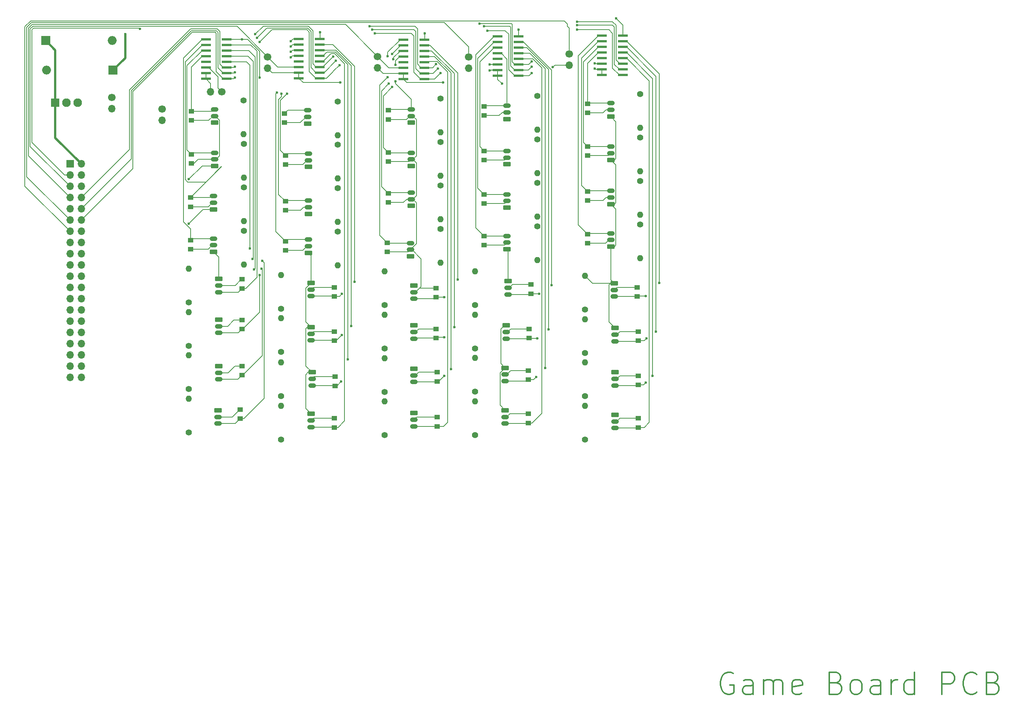
<source format=gbr>
%TF.GenerationSoftware,KiCad,Pcbnew,8.0.6*%
%TF.CreationDate,2024-11-05T12:51:11-06:00*%
%TF.ProjectId,GameBoardMatrix,47616d65-426f-4617-9264-4d6174726978,rev?*%
%TF.SameCoordinates,Original*%
%TF.FileFunction,Copper,L1,Top*%
%TF.FilePolarity,Positive*%
%FSLAX46Y46*%
G04 Gerber Fmt 4.6, Leading zero omitted, Abs format (unit mm)*
G04 Created by KiCad (PCBNEW 8.0.6) date 2024-11-05 12:51:11*
%MOMM*%
%LPD*%
G01*
G04 APERTURE LIST*
G04 Aperture macros list*
%AMRoundRect*
0 Rectangle with rounded corners*
0 $1 Rounding radius*
0 $2 $3 $4 $5 $6 $7 $8 $9 X,Y pos of 4 corners*
0 Add a 4 corners polygon primitive as box body*
4,1,4,$2,$3,$4,$5,$6,$7,$8,$9,$2,$3,0*
0 Add four circle primitives for the rounded corners*
1,1,$1+$1,$2,$3*
1,1,$1+$1,$4,$5*
1,1,$1+$1,$6,$7*
1,1,$1+$1,$8,$9*
0 Add four rect primitives between the rounded corners*
20,1,$1+$1,$2,$3,$4,$5,0*
20,1,$1+$1,$4,$5,$6,$7,0*
20,1,$1+$1,$6,$7,$8,$9,0*
20,1,$1+$1,$8,$9,$2,$3,0*%
G04 Aperture macros list end*
%ADD10C,0.300000*%
%TA.AperFunction,NonConductor*%
%ADD11C,0.300000*%
%TD*%
%TA.AperFunction,ComponentPad*%
%ADD12C,1.400000*%
%TD*%
%TA.AperFunction,ComponentPad*%
%ADD13O,1.400000X1.400000*%
%TD*%
%TA.AperFunction,SMDPad,CuDef*%
%ADD14R,1.300800X1.058800*%
%TD*%
%TA.AperFunction,ComponentPad*%
%ADD15R,2.000000X2.000000*%
%TD*%
%TA.AperFunction,ComponentPad*%
%ADD16O,2.000000X2.000000*%
%TD*%
%TA.AperFunction,ComponentPad*%
%ADD17RoundRect,0.250000X0.615000X-0.265000X0.615000X0.265000X-0.615000X0.265000X-0.615000X-0.265000X0*%
%TD*%
%TA.AperFunction,ComponentPad*%
%ADD18O,1.730000X1.030000*%
%TD*%
%TA.AperFunction,ComponentPad*%
%ADD19RoundRect,0.250000X-0.615000X0.265000X-0.615000X-0.265000X0.615000X-0.265000X0.615000X0.265000X0*%
%TD*%
%TA.AperFunction,SMDPad,CuDef*%
%ADD20R,2.184400X0.558800*%
%TD*%
%TA.AperFunction,ComponentPad*%
%ADD21C,1.700000*%
%TD*%
%TA.AperFunction,ComponentPad*%
%ADD22O,1.700000X1.700000*%
%TD*%
%TA.AperFunction,ComponentPad*%
%ADD23R,1.935000X1.935000*%
%TD*%
%TA.AperFunction,ComponentPad*%
%ADD24C,1.935000*%
%TD*%
%TA.AperFunction,ComponentPad*%
%ADD25R,1.700000X1.700000*%
%TD*%
%TA.AperFunction,ViaPad*%
%ADD26C,0.600000*%
%TD*%
%TA.AperFunction,Conductor*%
%ADD27C,0.200000*%
%TD*%
%TA.AperFunction,Conductor*%
%ADD28C,0.500000*%
%TD*%
G04 APERTURE END LIST*
D10*
D11*
X181406891Y-168210590D02*
X180930701Y-167972495D01*
X180930701Y-167972495D02*
X180216415Y-167972495D01*
X180216415Y-167972495D02*
X179502129Y-168210590D01*
X179502129Y-168210590D02*
X179025939Y-168686780D01*
X179025939Y-168686780D02*
X178787844Y-169162971D01*
X178787844Y-169162971D02*
X178549748Y-170115352D01*
X178549748Y-170115352D02*
X178549748Y-170829638D01*
X178549748Y-170829638D02*
X178787844Y-171782019D01*
X178787844Y-171782019D02*
X179025939Y-172258209D01*
X179025939Y-172258209D02*
X179502129Y-172734400D01*
X179502129Y-172734400D02*
X180216415Y-172972495D01*
X180216415Y-172972495D02*
X180692606Y-172972495D01*
X180692606Y-172972495D02*
X181406891Y-172734400D01*
X181406891Y-172734400D02*
X181644987Y-172496304D01*
X181644987Y-172496304D02*
X181644987Y-170829638D01*
X181644987Y-170829638D02*
X180692606Y-170829638D01*
X185930701Y-172972495D02*
X185930701Y-170353447D01*
X185930701Y-170353447D02*
X185692606Y-169877257D01*
X185692606Y-169877257D02*
X185216415Y-169639161D01*
X185216415Y-169639161D02*
X184264034Y-169639161D01*
X184264034Y-169639161D02*
X183787844Y-169877257D01*
X185930701Y-172734400D02*
X185454510Y-172972495D01*
X185454510Y-172972495D02*
X184264034Y-172972495D01*
X184264034Y-172972495D02*
X183787844Y-172734400D01*
X183787844Y-172734400D02*
X183549748Y-172258209D01*
X183549748Y-172258209D02*
X183549748Y-171782019D01*
X183549748Y-171782019D02*
X183787844Y-171305828D01*
X183787844Y-171305828D02*
X184264034Y-171067733D01*
X184264034Y-171067733D02*
X185454510Y-171067733D01*
X185454510Y-171067733D02*
X185930701Y-170829638D01*
X188311654Y-172972495D02*
X188311654Y-169639161D01*
X188311654Y-170115352D02*
X188549749Y-169877257D01*
X188549749Y-169877257D02*
X189025939Y-169639161D01*
X189025939Y-169639161D02*
X189740225Y-169639161D01*
X189740225Y-169639161D02*
X190216416Y-169877257D01*
X190216416Y-169877257D02*
X190454511Y-170353447D01*
X190454511Y-170353447D02*
X190454511Y-172972495D01*
X190454511Y-170353447D02*
X190692606Y-169877257D01*
X190692606Y-169877257D02*
X191168797Y-169639161D01*
X191168797Y-169639161D02*
X191883082Y-169639161D01*
X191883082Y-169639161D02*
X192359273Y-169877257D01*
X192359273Y-169877257D02*
X192597368Y-170353447D01*
X192597368Y-170353447D02*
X192597368Y-172972495D01*
X196883083Y-172734400D02*
X196406892Y-172972495D01*
X196406892Y-172972495D02*
X195454511Y-172972495D01*
X195454511Y-172972495D02*
X194978321Y-172734400D01*
X194978321Y-172734400D02*
X194740225Y-172258209D01*
X194740225Y-172258209D02*
X194740225Y-170353447D01*
X194740225Y-170353447D02*
X194978321Y-169877257D01*
X194978321Y-169877257D02*
X195454511Y-169639161D01*
X195454511Y-169639161D02*
X196406892Y-169639161D01*
X196406892Y-169639161D02*
X196883083Y-169877257D01*
X196883083Y-169877257D02*
X197121178Y-170353447D01*
X197121178Y-170353447D02*
X197121178Y-170829638D01*
X197121178Y-170829638D02*
X194740225Y-171305828D01*
X204740225Y-170353447D02*
X205454511Y-170591542D01*
X205454511Y-170591542D02*
X205692606Y-170829638D01*
X205692606Y-170829638D02*
X205930702Y-171305828D01*
X205930702Y-171305828D02*
X205930702Y-172020114D01*
X205930702Y-172020114D02*
X205692606Y-172496304D01*
X205692606Y-172496304D02*
X205454511Y-172734400D01*
X205454511Y-172734400D02*
X204978321Y-172972495D01*
X204978321Y-172972495D02*
X203073559Y-172972495D01*
X203073559Y-172972495D02*
X203073559Y-167972495D01*
X203073559Y-167972495D02*
X204740225Y-167972495D01*
X204740225Y-167972495D02*
X205216416Y-168210590D01*
X205216416Y-168210590D02*
X205454511Y-168448685D01*
X205454511Y-168448685D02*
X205692606Y-168924876D01*
X205692606Y-168924876D02*
X205692606Y-169401066D01*
X205692606Y-169401066D02*
X205454511Y-169877257D01*
X205454511Y-169877257D02*
X205216416Y-170115352D01*
X205216416Y-170115352D02*
X204740225Y-170353447D01*
X204740225Y-170353447D02*
X203073559Y-170353447D01*
X208787844Y-172972495D02*
X208311654Y-172734400D01*
X208311654Y-172734400D02*
X208073559Y-172496304D01*
X208073559Y-172496304D02*
X207835463Y-172020114D01*
X207835463Y-172020114D02*
X207835463Y-170591542D01*
X207835463Y-170591542D02*
X208073559Y-170115352D01*
X208073559Y-170115352D02*
X208311654Y-169877257D01*
X208311654Y-169877257D02*
X208787844Y-169639161D01*
X208787844Y-169639161D02*
X209502130Y-169639161D01*
X209502130Y-169639161D02*
X209978321Y-169877257D01*
X209978321Y-169877257D02*
X210216416Y-170115352D01*
X210216416Y-170115352D02*
X210454511Y-170591542D01*
X210454511Y-170591542D02*
X210454511Y-172020114D01*
X210454511Y-172020114D02*
X210216416Y-172496304D01*
X210216416Y-172496304D02*
X209978321Y-172734400D01*
X209978321Y-172734400D02*
X209502130Y-172972495D01*
X209502130Y-172972495D02*
X208787844Y-172972495D01*
X214740226Y-172972495D02*
X214740226Y-170353447D01*
X214740226Y-170353447D02*
X214502131Y-169877257D01*
X214502131Y-169877257D02*
X214025940Y-169639161D01*
X214025940Y-169639161D02*
X213073559Y-169639161D01*
X213073559Y-169639161D02*
X212597369Y-169877257D01*
X214740226Y-172734400D02*
X214264035Y-172972495D01*
X214264035Y-172972495D02*
X213073559Y-172972495D01*
X213073559Y-172972495D02*
X212597369Y-172734400D01*
X212597369Y-172734400D02*
X212359273Y-172258209D01*
X212359273Y-172258209D02*
X212359273Y-171782019D01*
X212359273Y-171782019D02*
X212597369Y-171305828D01*
X212597369Y-171305828D02*
X213073559Y-171067733D01*
X213073559Y-171067733D02*
X214264035Y-171067733D01*
X214264035Y-171067733D02*
X214740226Y-170829638D01*
X217121179Y-172972495D02*
X217121179Y-169639161D01*
X217121179Y-170591542D02*
X217359274Y-170115352D01*
X217359274Y-170115352D02*
X217597369Y-169877257D01*
X217597369Y-169877257D02*
X218073560Y-169639161D01*
X218073560Y-169639161D02*
X218549750Y-169639161D01*
X222359274Y-172972495D02*
X222359274Y-167972495D01*
X222359274Y-172734400D02*
X221883083Y-172972495D01*
X221883083Y-172972495D02*
X220930702Y-172972495D01*
X220930702Y-172972495D02*
X220454512Y-172734400D01*
X220454512Y-172734400D02*
X220216417Y-172496304D01*
X220216417Y-172496304D02*
X219978321Y-172020114D01*
X219978321Y-172020114D02*
X219978321Y-170591542D01*
X219978321Y-170591542D02*
X220216417Y-170115352D01*
X220216417Y-170115352D02*
X220454512Y-169877257D01*
X220454512Y-169877257D02*
X220930702Y-169639161D01*
X220930702Y-169639161D02*
X221883083Y-169639161D01*
X221883083Y-169639161D02*
X222359274Y-169877257D01*
X228549751Y-172972495D02*
X228549751Y-167972495D01*
X228549751Y-167972495D02*
X230454513Y-167972495D01*
X230454513Y-167972495D02*
X230930703Y-168210590D01*
X230930703Y-168210590D02*
X231168798Y-168448685D01*
X231168798Y-168448685D02*
X231406894Y-168924876D01*
X231406894Y-168924876D02*
X231406894Y-169639161D01*
X231406894Y-169639161D02*
X231168798Y-170115352D01*
X231168798Y-170115352D02*
X230930703Y-170353447D01*
X230930703Y-170353447D02*
X230454513Y-170591542D01*
X230454513Y-170591542D02*
X228549751Y-170591542D01*
X236406894Y-172496304D02*
X236168798Y-172734400D01*
X236168798Y-172734400D02*
X235454513Y-172972495D01*
X235454513Y-172972495D02*
X234978322Y-172972495D01*
X234978322Y-172972495D02*
X234264036Y-172734400D01*
X234264036Y-172734400D02*
X233787846Y-172258209D01*
X233787846Y-172258209D02*
X233549751Y-171782019D01*
X233549751Y-171782019D02*
X233311655Y-170829638D01*
X233311655Y-170829638D02*
X233311655Y-170115352D01*
X233311655Y-170115352D02*
X233549751Y-169162971D01*
X233549751Y-169162971D02*
X233787846Y-168686780D01*
X233787846Y-168686780D02*
X234264036Y-168210590D01*
X234264036Y-168210590D02*
X234978322Y-167972495D01*
X234978322Y-167972495D02*
X235454513Y-167972495D01*
X235454513Y-167972495D02*
X236168798Y-168210590D01*
X236168798Y-168210590D02*
X236406894Y-168448685D01*
X240216417Y-170353447D02*
X240930703Y-170591542D01*
X240930703Y-170591542D02*
X241168798Y-170829638D01*
X241168798Y-170829638D02*
X241406894Y-171305828D01*
X241406894Y-171305828D02*
X241406894Y-172020114D01*
X241406894Y-172020114D02*
X241168798Y-172496304D01*
X241168798Y-172496304D02*
X240930703Y-172734400D01*
X240930703Y-172734400D02*
X240454513Y-172972495D01*
X240454513Y-172972495D02*
X238549751Y-172972495D01*
X238549751Y-172972495D02*
X238549751Y-167972495D01*
X238549751Y-167972495D02*
X240216417Y-167972495D01*
X240216417Y-167972495D02*
X240692608Y-168210590D01*
X240692608Y-168210590D02*
X240930703Y-168448685D01*
X240930703Y-168448685D02*
X241168798Y-168924876D01*
X241168798Y-168924876D02*
X241168798Y-169401066D01*
X241168798Y-169401066D02*
X240930703Y-169877257D01*
X240930703Y-169877257D02*
X240692608Y-170115352D01*
X240692608Y-170115352D02*
X240216417Y-170353447D01*
X240216417Y-170353447D02*
X238549751Y-170353447D01*
D12*
%TO.P,R12,1*%
%TO.N,Net-(U11-VOUT)*%
X92200000Y-68400000D03*
D13*
%TO.P,R12,2*%
%TO.N,/3.3V_Board*%
X92200000Y-76020000D03*
%TD*%
D12*
%TO.P,R6,1*%
%TO.N,Net-(U1-D5)*%
X58600000Y-94220000D03*
D13*
%TO.P,R6,2*%
%TO.N,/3.3V_Board*%
X58600000Y-86600000D03*
%TD*%
D14*
%TO.P,C10,1*%
%TO.N,Net-(U7-D1)*%
X80400000Y-51200000D03*
%TO.P,C10,2*%
%TO.N,GND2*%
X80400000Y-53258800D03*
%TD*%
D15*
%TO.P,C42,1*%
%TO.N,/3.3V_Board*%
X41500000Y-31957500D03*
D16*
%TO.P,C42,2*%
%TO.N,GND3*%
X26500000Y-31957500D03*
%TD*%
D17*
%TO.P,U38,1,VCC*%
%TO.N,/3.3V_Board*%
X153800000Y-42400000D03*
D18*
%TO.P,U38,2,VOUT*%
%TO.N,Net-(U37-D0)*%
X153800000Y-39400000D03*
%TO.P,U38,3,GND*%
%TO.N,GND2*%
X153800000Y-40900000D03*
%TD*%
D17*
%TO.P,U40,1,VCC*%
%TO.N,/3.3V_Board*%
X153800000Y-62200000D03*
D18*
%TO.P,U40,2,VOUT*%
%TO.N,Net-(U37-D2)*%
X153800000Y-59200000D03*
%TO.P,U40,3,GND*%
%TO.N,GND2*%
X153800000Y-60700000D03*
%TD*%
D19*
%TO.P,U14,1,VCC*%
%TO.N,/3.3V_Board*%
X86400000Y-100200000D03*
D18*
%TO.P,U14,2,VOUT*%
%TO.N,Net-(U14-VOUT)*%
X86400000Y-103200000D03*
%TO.P,U14,3,GND*%
%TO.N,GND2*%
X86400000Y-101700000D03*
%TD*%
D19*
%TO.P,U25,1,VCC*%
%TO.N,/3.3V_Board*%
X109400000Y-99400000D03*
D18*
%TO.P,U25,2,VOUT*%
%TO.N,Net-(U17-D6)*%
X109400000Y-102400000D03*
%TO.P,U25,3,GND*%
%TO.N,GND2*%
X109400000Y-100900000D03*
%TD*%
D12*
%TO.P,R29,1*%
%TO.N,Net-(U27-D4)*%
X123200000Y-85010000D03*
D13*
%TO.P,R29,2*%
%TO.N,/3.3V_Board*%
X123200000Y-77390000D03*
%TD*%
D14*
%TO.P,C8,1*%
%TO.N,Net-(U1-D7)*%
X70200000Y-110658800D03*
%TO.P,C8,2*%
%TO.N,GND2*%
X70200000Y-108600000D03*
%TD*%
D12*
%TO.P,R37,1*%
%TO.N,Net-(U37-D4)*%
X148000000Y-86000000D03*
D13*
%TO.P,R37,2*%
%TO.N,/3.3V_Board*%
X148000000Y-78380000D03*
%TD*%
D17*
%TO.P,U29,1,VCC*%
%TO.N,/3.3V_Board*%
X130400000Y-53200000D03*
D18*
%TO.P,U29,2,VOUT*%
%TO.N,Net-(U27-D1)*%
X130400000Y-50200000D03*
%TO.P,U29,3,GND*%
%TO.N,GND2*%
X130400000Y-51700000D03*
%TD*%
D12*
%TO.P,R16,1*%
%TO.N,Net-(U16-VOUT)*%
X79400000Y-115420000D03*
D13*
%TO.P,R16,2*%
%TO.N,/3.3V_Board*%
X79400000Y-107800000D03*
%TD*%
D14*
%TO.P,C6,1*%
%TO.N,Net-(U1-D5)*%
X70600000Y-90458800D03*
%TO.P,C6,2*%
%TO.N,GND2*%
X70600000Y-88400000D03*
%TD*%
%TO.P,C12,1*%
%TO.N,Net-(U11-VOUT)*%
X80400000Y-70570600D03*
%TO.P,C12,2*%
%TO.N,GND2*%
X80400000Y-72629400D03*
%TD*%
%TO.P,C25,1*%
%TO.N,Net-(U27-D0)*%
X125200000Y-40141200D03*
%TO.P,C25,2*%
%TO.N,GND2*%
X125200000Y-42200000D03*
%TD*%
D17*
%TO.P,U39,1,VCC*%
%TO.N,/3.3V_Board*%
X153800000Y-52200000D03*
D18*
%TO.P,U39,2,VOUT*%
%TO.N,Net-(U37-D1)*%
X153800000Y-49200000D03*
%TO.P,U39,3,GND*%
%TO.N,GND2*%
X153800000Y-50700000D03*
%TD*%
D14*
%TO.P,C13,1*%
%TO.N,Net-(U12-VOUT)*%
X91400000Y-83058800D03*
%TO.P,C13,2*%
%TO.N,GND2*%
X91400000Y-81000000D03*
%TD*%
D20*
%TO.P,U7,1,D3*%
%TO.N,Net-(U11-VOUT)*%
X83400000Y-24860000D03*
%TO.P,U7,2,D2*%
%TO.N,Net-(U10-VOUT)*%
X83400000Y-26130000D03*
%TO.P,U7,3,D1*%
%TO.N,Net-(U7-D1)*%
X83400000Y-27400000D03*
%TO.P,U7,4,D0*%
%TO.N,Net-(U7-D0)*%
X83400000Y-28670000D03*
%TO.P,U7,5,Y*%
%TO.N,unconnected-(U7-Y-Pad5)*%
X83400000Y-29940000D03*
%TO.P,U7,6,W*%
%TO.N,GPIO3{slash}PIN5*%
X83400000Y-31210000D03*
%TO.P,U7,7,\u002AG*%
%TO.N,GND*%
X83400000Y-32480000D03*
%TO.P,U7,8,GND*%
X83400000Y-33750000D03*
%TO.P,U7,9,C*%
%TO.N,GPIO18{slash}PIN12*%
X88124400Y-33750000D03*
%TO.P,U7,10,B*%
%TO.N,GPIO15{slash}PIN10*%
X88124400Y-32480000D03*
%TO.P,U7,11,A*%
%TO.N,GPIO14{slash}PIN8*%
X88124400Y-31210000D03*
%TO.P,U7,12,D7*%
%TO.N,Net-(U16-VOUT)*%
X88124400Y-29940000D03*
%TO.P,U7,13,D6*%
%TO.N,Net-(U14-VOUT)*%
X88124400Y-28670000D03*
%TO.P,U7,14,D5*%
%TO.N,Net-(U13-VOUT)*%
X88124400Y-27400000D03*
%TO.P,U7,15,D4*%
%TO.N,Net-(U12-VOUT)*%
X88124400Y-26130000D03*
%TO.P,U7,16,VCC*%
%TO.N,/3.3V_Board*%
X88124400Y-24860000D03*
%TD*%
D12*
%TO.P,R35,1*%
%TO.N,Net-(U37-D2)*%
X160400000Y-57000000D03*
D13*
%TO.P,R35,2*%
%TO.N,/3.3V_Board*%
X160400000Y-64620000D03*
%TD*%
D14*
%TO.P,C9,1*%
%TO.N,Net-(U7-D0)*%
X80200000Y-41741200D03*
%TO.P,C9,2*%
%TO.N,GND2*%
X80200000Y-43800000D03*
%TD*%
%TO.P,C18,1*%
%TO.N,Net-(U17-D1)*%
X103600000Y-50541200D03*
%TO.P,C18,2*%
%TO.N,GND2*%
X103600000Y-52600000D03*
%TD*%
%TO.P,C22,1*%
%TO.N,Net-(U17-D5)*%
X114400000Y-92458800D03*
%TO.P,C22,2*%
%TO.N,GND2*%
X114400000Y-90400000D03*
%TD*%
D20*
%TO.P,U17,1,D3*%
%TO.N,Net-(U17-D3)*%
X107000000Y-25060000D03*
%TO.P,U17,2,D2*%
%TO.N,Net-(U17-D2)*%
X107000000Y-26330000D03*
%TO.P,U17,3,D1*%
%TO.N,Net-(U17-D1)*%
X107000000Y-27600000D03*
%TO.P,U17,4,D0*%
%TO.N,Net-(U17-D0)*%
X107000000Y-28870000D03*
%TO.P,U17,5,Y*%
%TO.N,unconnected-(U17-Y-Pad5)*%
X107000000Y-30140000D03*
%TO.P,U17,6,W*%
%TO.N,GPIO4{slash}PIN7*%
X107000000Y-31410000D03*
%TO.P,U17,7,\u002AG*%
%TO.N,GND*%
X107000000Y-32680000D03*
%TO.P,U17,8,GND*%
X107000000Y-33950000D03*
%TO.P,U17,9,C*%
%TO.N,GPIO18{slash}PIN12*%
X111724400Y-33950000D03*
%TO.P,U17,10,B*%
%TO.N,GPIO15{slash}PIN10*%
X111724400Y-32680000D03*
%TO.P,U17,11,A*%
%TO.N,GPIO14{slash}PIN8*%
X111724400Y-31410000D03*
%TO.P,U17,12,D7*%
%TO.N,Net-(U17-D7)*%
X111724400Y-30140000D03*
%TO.P,U17,13,D6*%
%TO.N,Net-(U17-D6)*%
X111724400Y-28870000D03*
%TO.P,U17,14,D5*%
%TO.N,Net-(U17-D5)*%
X111724400Y-27600000D03*
%TO.P,U17,15,D4*%
%TO.N,Net-(U17-D4)*%
X111724400Y-26330000D03*
%TO.P,U17,16,VCC*%
%TO.N,/3.3V_Board*%
X111724400Y-25060000D03*
%TD*%
D14*
%TO.P,C38,1*%
%TO.N,Net-(U37-D5)*%
X160000000Y-93058800D03*
%TO.P,C38,2*%
%TO.N,GND2*%
X160000000Y-91000000D03*
%TD*%
%TO.P,C1,1*%
%TO.N,Net-(TP6-A)*%
X59150000Y-41200000D03*
%TO.P,C1,2*%
%TO.N,GND2*%
X59150000Y-43258800D03*
%TD*%
D17*
%TO.P,U8,1,VCC*%
%TO.N,/3.3V_Board*%
X85400000Y-44000000D03*
D18*
%TO.P,U8,2,VOUT*%
%TO.N,Net-(U7-D0)*%
X85400000Y-41000000D03*
%TO.P,U8,3,GND*%
%TO.N,GND2*%
X85400000Y-42500000D03*
%TD*%
D15*
%TO.P,C41,1*%
%TO.N,5V Board*%
X26300000Y-25242500D03*
D16*
%TO.P,C41,2*%
%TO.N,GND3*%
X41300000Y-25242500D03*
%TD*%
D19*
%TO.P,U42,1,VCC*%
%TO.N,/3.3V_Board*%
X154600000Y-80100000D03*
D18*
%TO.P,U42,2,VOUT*%
%TO.N,Net-(U37-D4)*%
X154600000Y-83100000D03*
%TO.P,U42,3,GND*%
%TO.N,GND2*%
X154600000Y-81600000D03*
%TD*%
D14*
%TO.P,C4,1*%
%TO.N,Net-(U1-D2)*%
X59000000Y-60741200D03*
%TO.P,C4,2*%
%TO.N,GND2*%
X59000000Y-62800000D03*
%TD*%
D12*
%TO.P,R24,1*%
%TO.N,Net-(U17-D7)*%
X102800000Y-114420000D03*
D13*
%TO.P,R24,2*%
%TO.N,/3.3V_Board*%
X102800000Y-106800000D03*
%TD*%
D17*
%TO.P,U30,1,VCC*%
%TO.N,/3.3V_Board*%
X130400000Y-63000000D03*
D18*
%TO.P,U30,2,VOUT*%
%TO.N,Net-(U27-D2)*%
X130400000Y-60000000D03*
%TO.P,U30,3,GND*%
%TO.N,GND2*%
X130400000Y-61500000D03*
%TD*%
D19*
%TO.P,U12,1,VCC*%
%TO.N,/3.3V_Board*%
X86200000Y-80000000D03*
D18*
%TO.P,U12,2,VOUT*%
%TO.N,Net-(U12-VOUT)*%
X86200000Y-83000000D03*
%TO.P,U12,3,GND*%
%TO.N,GND2*%
X86200000Y-81500000D03*
%TD*%
D14*
%TO.P,C19,1*%
%TO.N,Net-(U17-D2)*%
X103600000Y-59741200D03*
%TO.P,C19,2*%
%TO.N,GND2*%
X103600000Y-61800000D03*
%TD*%
D17*
%TO.P,U20,1,VCC*%
%TO.N,/3.3V_Board*%
X108800000Y-62600000D03*
D18*
%TO.P,U20,2,VOUT*%
%TO.N,Net-(U17-D2)*%
X108800000Y-59600000D03*
%TO.P,U20,3,GND*%
%TO.N,GND2*%
X108800000Y-61100000D03*
%TD*%
D12*
%TO.P,R9,1*%
%TO.N,Net-(U7-D0)*%
X92200000Y-38990000D03*
D13*
%TO.P,R9,2*%
%TO.N,/3.3V_Board*%
X92200000Y-46610000D03*
%TD*%
D14*
%TO.P,C28,1*%
%TO.N,Net-(U27-D3)*%
X125200000Y-69400000D03*
%TO.P,C28,2*%
%TO.N,GND2*%
X125200000Y-71458800D03*
%TD*%
%TO.P,C39,1*%
%TO.N,Net-(U37-D6)*%
X160000000Y-103058800D03*
%TO.P,C39,2*%
%TO.N,GND2*%
X160000000Y-101000000D03*
%TD*%
D19*
%TO.P,U13,1,VCC*%
%TO.N,/3.3V_Board*%
X86200000Y-90000000D03*
D18*
%TO.P,U13,2,VOUT*%
%TO.N,Net-(U13-VOUT)*%
X86200000Y-93000000D03*
%TO.P,U13,3,GND*%
%TO.N,GND2*%
X86200000Y-91500000D03*
%TD*%
D12*
%TO.P,R5,1*%
%TO.N,Net-(U1-D3)*%
X71000000Y-68200000D03*
D13*
%TO.P,R5,2*%
%TO.N,/3.3V_Board*%
X71000000Y-75820000D03*
%TD*%
D12*
%TO.P,R3,1*%
%TO.N,Net-(U1-D1)*%
X71000000Y-48580000D03*
D13*
%TO.P,R3,2*%
%TO.N,/3.3V_Board*%
X71000000Y-56200000D03*
%TD*%
D20*
%TO.P,U27,1,D3*%
%TO.N,Net-(U27-D3)*%
X128275600Y-24330000D03*
%TO.P,U27,2,D2*%
%TO.N,Net-(U27-D2)*%
X128275600Y-25600000D03*
%TO.P,U27,3,D1*%
%TO.N,Net-(U27-D1)*%
X128275600Y-26870000D03*
%TO.P,U27,4,D0*%
%TO.N,Net-(U27-D0)*%
X128275600Y-28140000D03*
%TO.P,U27,5,Y*%
%TO.N,unconnected-(U27-Y-Pad5)*%
X128275600Y-29410000D03*
%TO.P,U27,6,W*%
%TO.N,GPIO17{slash}PIN11*%
X128275600Y-30680000D03*
%TO.P,U27,7,\u002AG*%
%TO.N,GND*%
X128275600Y-31950000D03*
%TO.P,U27,8,GND*%
X128275600Y-33220000D03*
%TO.P,U27,9,C*%
%TO.N,GPIO18{slash}PIN12*%
X133000000Y-33220000D03*
%TO.P,U27,10,B*%
%TO.N,GPIO15{slash}PIN10*%
X133000000Y-31950000D03*
%TO.P,U27,11,A*%
%TO.N,GPIO14{slash}PIN8*%
X133000000Y-30680000D03*
%TO.P,U27,12,D7*%
%TO.N,Net-(U27-D7)*%
X133000000Y-29410000D03*
%TO.P,U27,13,D6*%
%TO.N,Net-(U27-D6)*%
X133000000Y-28140000D03*
%TO.P,U27,14,D5*%
%TO.N,Net-(U27-D5)*%
X133000000Y-26870000D03*
%TO.P,U27,15,D4*%
%TO.N,Net-(U27-D4)*%
X133000000Y-25600000D03*
%TO.P,U27,16,VCC*%
%TO.N,/3.3V_Board*%
X133000000Y-24330000D03*
%TD*%
D14*
%TO.P,C2,1*%
%TO.N,Net-(U1-D4)*%
X70600000Y-81258800D03*
%TO.P,C2,2*%
%TO.N,GND2*%
X70600000Y-79200000D03*
%TD*%
%TO.P,C30,1*%
%TO.N,Net-(U27-D5)*%
X135400000Y-92458800D03*
%TO.P,C30,2*%
%TO.N,GND2*%
X135400000Y-90400000D03*
%TD*%
D12*
%TO.P,R14,1*%
%TO.N,Net-(U13-VOUT)*%
X79400000Y-95620000D03*
D13*
%TO.P,R14,2*%
%TO.N,/3.3V_Board*%
X79400000Y-88000000D03*
%TD*%
D12*
%TO.P,R22,1*%
%TO.N,Net-(U17-D5)*%
X102800000Y-94820000D03*
D13*
%TO.P,R22,2*%
%TO.N,/3.3V_Board*%
X102800000Y-87200000D03*
%TD*%
D14*
%TO.P,C5,1*%
%TO.N,Net-(U1-D3)*%
X59000000Y-70341200D03*
%TO.P,C5,2*%
%TO.N,GND2*%
X59000000Y-72400000D03*
%TD*%
D19*
%TO.P,U43,1,VCC*%
%TO.N,/3.3V_Board*%
X154800000Y-90200000D03*
D18*
%TO.P,U43,2,VOUT*%
%TO.N,Net-(U37-D5)*%
X154800000Y-93200000D03*
%TO.P,U43,3,GND*%
%TO.N,GND2*%
X154800000Y-91700000D03*
%TD*%
D17*
%TO.P,U21,1,VCC*%
%TO.N,/3.3V_Board*%
X108600000Y-74000000D03*
D18*
%TO.P,U21,2,VOUT*%
%TO.N,Net-(U17-D3)*%
X108600000Y-71000000D03*
%TO.P,U21,3,GND*%
%TO.N,GND2*%
X108600000Y-72500000D03*
%TD*%
D12*
%TO.P,R1,1*%
%TO.N,Net-(TP6-A)*%
X70950000Y-38800000D03*
D13*
%TO.P,R1,2*%
%TO.N,/3.3V_Board*%
X70950000Y-46420000D03*
%TD*%
D19*
%TO.P,U35,1,VCC*%
%TO.N,/3.3V_Board*%
X130000000Y-99200000D03*
D18*
%TO.P,U35,2,VOUT*%
%TO.N,Net-(U27-D6)*%
X130000000Y-102200000D03*
%TO.P,U35,3,GND*%
%TO.N,GND2*%
X130000000Y-100700000D03*
%TD*%
D19*
%TO.P,U5,1,VCC*%
%TO.N,/3.3V_Board*%
X65200000Y-108800000D03*
D18*
%TO.P,U5,2,VOUT*%
%TO.N,Net-(U1-D7)*%
X65200000Y-111800000D03*
%TO.P,U5,3,GND*%
%TO.N,GND2*%
X65200000Y-110300000D03*
%TD*%
D12*
%TO.P,R13,1*%
%TO.N,Net-(U12-VOUT)*%
X79400000Y-85820000D03*
D13*
%TO.P,R13,2*%
%TO.N,/3.3V_Board*%
X79400000Y-78200000D03*
%TD*%
D12*
%TO.P,R20,1*%
%TO.N,Net-(U17-D3)*%
X115400000Y-67800000D03*
D13*
%TO.P,R20,2*%
%TO.N,/3.3V_Board*%
X115400000Y-75420000D03*
%TD*%
D14*
%TO.P,C31,1*%
%TO.N,Net-(U27-D6)*%
X135200000Y-101858800D03*
%TO.P,C31,2*%
%TO.N,GND2*%
X135200000Y-99800000D03*
%TD*%
%TO.P,C3,1*%
%TO.N,Net-(U1-D1)*%
X59200000Y-50941200D03*
%TO.P,C3,2*%
%TO.N,GND2*%
X59200000Y-53000000D03*
%TD*%
%TO.P,C37,1*%
%TO.N,Net-(U37-D4)*%
X159800000Y-83058800D03*
%TO.P,C37,2*%
%TO.N,GND2*%
X159800000Y-81000000D03*
%TD*%
D17*
%TO.P,U11,1,VCC*%
%TO.N,/3.3V_Board*%
X85600000Y-73200000D03*
D18*
%TO.P,U11,2,VOUT*%
%TO.N,Net-(U11-VOUT)*%
X85600000Y-70200000D03*
%TO.P,U11,3,GND*%
%TO.N,GND2*%
X85600000Y-71700000D03*
%TD*%
D17*
%TO.P,U15,1,VCC*%
%TO.N,/3.3V_Board*%
X64400000Y-53600000D03*
D18*
%TO.P,U15,2,VOUT*%
%TO.N,Net-(U1-D1)*%
X64400000Y-50600000D03*
%TO.P,U15,3,GND*%
%TO.N,GND2*%
X64400000Y-52100000D03*
%TD*%
D14*
%TO.P,C26,1*%
%TO.N,Net-(U27-D1)*%
X125200000Y-50170600D03*
%TO.P,C26,2*%
%TO.N,GND2*%
X125200000Y-52229400D03*
%TD*%
D17*
%TO.P,U33,1,VCC*%
%TO.N,/3.3V_Board*%
X64200000Y-73000000D03*
D18*
%TO.P,U33,2,VOUT*%
%TO.N,Net-(U1-D3)*%
X64200000Y-70000000D03*
%TO.P,U33,3,GND*%
%TO.N,GND2*%
X64200000Y-71500000D03*
%TD*%
D17*
%TO.P,U19,1,VCC*%
%TO.N,/3.3V_Board*%
X108800000Y-53600000D03*
D18*
%TO.P,U19,2,VOUT*%
%TO.N,Net-(U17-D1)*%
X108800000Y-50600000D03*
%TO.P,U19,3,GND*%
%TO.N,GND2*%
X108800000Y-52100000D03*
%TD*%
D17*
%TO.P,U41,1,VCC*%
%TO.N,/3.3V_Board*%
X153800000Y-71800000D03*
D18*
%TO.P,U41,2,VOUT*%
%TO.N,Net-(U37-D3)*%
X153800000Y-68800000D03*
%TO.P,U41,3,GND*%
%TO.N,GND2*%
X153800000Y-70300000D03*
%TD*%
D21*
%TO.P,TP7,1,A*%
%TO.N,/3.3V_Board*%
X41200000Y-38125000D03*
D22*
%TO.P,TP7,2,B*%
X41200000Y-40665000D03*
%TD*%
D12*
%TO.P,R19,1*%
%TO.N,Net-(U17-D2)*%
X115400000Y-57980000D03*
D13*
%TO.P,R19,2*%
%TO.N,/3.3V_Board*%
X115400000Y-65600000D03*
%TD*%
D23*
%TO.P,IC1,1,INPUT*%
%TO.N,5V Board*%
X28460000Y-39250000D03*
D24*
%TO.P,IC1,2,GND*%
%TO.N,GND3*%
X31000000Y-39250000D03*
%TO.P,IC1,3,OUTPUT*%
%TO.N,/3.3V_Board*%
X33540000Y-39250000D03*
%TD*%
D12*
%TO.P,R27,1*%
%TO.N,Net-(U27-D2)*%
X137200000Y-57400000D03*
D13*
%TO.P,R27,2*%
%TO.N,/3.3V_Board*%
X137200000Y-65020000D03*
%TD*%
D21*
%TO.P,TP2,1,A*%
%TO.N,GPIO3{slash}PIN5*%
X76400000Y-28925000D03*
D22*
%TO.P,TP2,2,B*%
%TO.N,GND*%
X76400000Y-31465000D03*
%TD*%
D21*
%TO.P,TP4,1,A*%
%TO.N,GPIO17{slash}PIN11*%
X121750000Y-28975000D03*
D22*
%TO.P,TP4,2,B*%
%TO.N,GND*%
X121750000Y-31515000D03*
%TD*%
D17*
%TO.P,U10,1,VCC*%
%TO.N,/3.3V_Board*%
X85600000Y-64400000D03*
D18*
%TO.P,U10,2,VOUT*%
%TO.N,Net-(U10-VOUT)*%
X85600000Y-61400000D03*
%TO.P,U10,3,GND*%
%TO.N,GND2*%
X85600000Y-62900000D03*
%TD*%
D12*
%TO.P,R8,1*%
%TO.N,Net-(U1-D7)*%
X58600000Y-113800000D03*
D13*
%TO.P,R8,2*%
%TO.N,/3.3V_Board*%
X58600000Y-106180000D03*
%TD*%
D12*
%TO.P,R7,1*%
%TO.N,Net-(U1-D6)*%
X58600000Y-104010000D03*
D13*
%TO.P,R7,2*%
%TO.N,/3.3V_Board*%
X58600000Y-96390000D03*
%TD*%
D12*
%TO.P,R40,1*%
%TO.N,Net-(U37-D7)*%
X148000000Y-115400000D03*
D13*
%TO.P,R40,2*%
%TO.N,/3.3V_Board*%
X148000000Y-107780000D03*
%TD*%
D12*
%TO.P,R38,1*%
%TO.N,Net-(U37-D5)*%
X148000000Y-95820000D03*
D13*
%TO.P,R38,2*%
%TO.N,/3.3V_Board*%
X148000000Y-88200000D03*
%TD*%
D12*
%TO.P,R4,1*%
%TO.N,Net-(U1-D2)*%
X71000000Y-58400000D03*
D13*
%TO.P,R4,2*%
%TO.N,/3.3V_Board*%
X71000000Y-66020000D03*
%TD*%
D21*
%TO.P,TP3,1,A*%
%TO.N,GPIO4{slash}PIN7*%
X101200000Y-28860000D03*
D22*
%TO.P,TP3,2,B*%
%TO.N,GND*%
X101200000Y-31400000D03*
%TD*%
D19*
%TO.P,U34,1,VCC*%
%TO.N,/3.3V_Board*%
X130200000Y-89600000D03*
D18*
%TO.P,U34,2,VOUT*%
%TO.N,Net-(U27-D5)*%
X130200000Y-92600000D03*
%TO.P,U34,3,GND*%
%TO.N,GND2*%
X130200000Y-91100000D03*
%TD*%
D14*
%TO.P,C15,1*%
%TO.N,Net-(U14-VOUT)*%
X91600000Y-103258800D03*
%TO.P,C15,2*%
%TO.N,GND2*%
X91600000Y-101200000D03*
%TD*%
%TO.P,C40,1*%
%TO.N,Net-(U37-D7)*%
X160000000Y-112658800D03*
%TO.P,C40,2*%
%TO.N,GND2*%
X160000000Y-110600000D03*
%TD*%
D12*
%TO.P,R18,1*%
%TO.N,Net-(U17-D1)*%
X115400000Y-48180000D03*
D13*
%TO.P,R18,2*%
%TO.N,/3.3V_Board*%
X115400000Y-55800000D03*
%TD*%
D12*
%TO.P,R39,1*%
%TO.N,Net-(U37-D6)*%
X148000000Y-105620000D03*
D13*
%TO.P,R39,2*%
%TO.N,/3.3V_Board*%
X148000000Y-98000000D03*
%TD*%
D17*
%TO.P,U18,1,VCC*%
%TO.N,/3.3V_Board*%
X108800000Y-43800000D03*
D18*
%TO.P,U18,2,VOUT*%
%TO.N,Net-(U17-D0)*%
X108800000Y-40800000D03*
%TO.P,U18,3,GND*%
%TO.N,GND2*%
X108800000Y-42300000D03*
%TD*%
D12*
%TO.P,R33,1*%
%TO.N,Net-(U37-D0)*%
X160400000Y-37380000D03*
D13*
%TO.P,R33,2*%
%TO.N,/3.3V_Board*%
X160400000Y-45000000D03*
%TD*%
D20*
%TO.P,U37,1,D3*%
%TO.N,Net-(U37-D3)*%
X151837800Y-24155000D03*
%TO.P,U37,2,D2*%
%TO.N,Net-(U37-D2)*%
X151837800Y-25425000D03*
%TO.P,U37,3,D1*%
%TO.N,Net-(U37-D1)*%
X151837800Y-26695000D03*
%TO.P,U37,4,D0*%
%TO.N,Net-(U37-D0)*%
X151837800Y-27965000D03*
%TO.P,U37,5,Y*%
%TO.N,unconnected-(U37-Y-Pad5)*%
X151837800Y-29235000D03*
%TO.P,U37,6,W*%
%TO.N,GPIO27{slash}PIN15*%
X151837800Y-30505000D03*
%TO.P,U37,7,\u002AG*%
%TO.N,GND*%
X151837800Y-31775000D03*
%TO.P,U37,8,GND*%
X151837800Y-33045000D03*
%TO.P,U37,9,C*%
%TO.N,GPIO18{slash}PIN12*%
X156562200Y-33045000D03*
%TO.P,U37,10,B*%
%TO.N,GPIO15{slash}PIN10*%
X156562200Y-31775000D03*
%TO.P,U37,11,A*%
%TO.N,GPIO14{slash}PIN8*%
X156562200Y-30505000D03*
%TO.P,U37,12,D7*%
%TO.N,Net-(U37-D7)*%
X156562200Y-29235000D03*
%TO.P,U37,13,D6*%
%TO.N,Net-(U37-D6)*%
X156562200Y-27965000D03*
%TO.P,U37,14,D5*%
%TO.N,Net-(U37-D5)*%
X156562200Y-26695000D03*
%TO.P,U37,15,D4*%
%TO.N,Net-(U37-D4)*%
X156562200Y-25425000D03*
%TO.P,U37,16,VCC*%
%TO.N,/3.3V_Board*%
X156562200Y-24155000D03*
%TD*%
D17*
%TO.P,U24,1,VCC*%
%TO.N,/3.3V_Board*%
X64200000Y-63400000D03*
D18*
%TO.P,U24,2,VOUT*%
%TO.N,Net-(U1-D2)*%
X64200000Y-60400000D03*
%TO.P,U24,3,GND*%
%TO.N,GND2*%
X64200000Y-61900000D03*
%TD*%
D14*
%TO.P,C32,1*%
%TO.N,Net-(U27-D7)*%
X135200000Y-111658800D03*
%TO.P,C32,2*%
%TO.N,GND2*%
X135200000Y-109600000D03*
%TD*%
D19*
%TO.P,U3,1,VCC*%
%TO.N,/3.3V_Board*%
X65400000Y-88300000D03*
D18*
%TO.P,U3,2,VOUT*%
%TO.N,Net-(U1-D5)*%
X65400000Y-91300000D03*
%TO.P,U3,3,GND*%
%TO.N,GND2*%
X65400000Y-89800000D03*
%TD*%
D19*
%TO.P,U22,1,VCC*%
%TO.N,/3.3V_Board*%
X109400000Y-80600000D03*
D18*
%TO.P,U22,2,VOUT*%
%TO.N,Net-(U17-D4)*%
X109400000Y-83600000D03*
%TO.P,U22,3,GND*%
%TO.N,GND2*%
X109400000Y-82100000D03*
%TD*%
D14*
%TO.P,C33,1*%
%TO.N,Net-(U37-D0)*%
X148600000Y-39541200D03*
%TO.P,C33,2*%
%TO.N,GND2*%
X148600000Y-41600000D03*
%TD*%
D17*
%TO.P,U9,1,VCC*%
%TO.N,/3.3V_Board*%
X85600000Y-53800000D03*
D18*
%TO.P,U9,2,VOUT*%
%TO.N,Net-(U7-D1)*%
X85600000Y-50800000D03*
%TO.P,U9,3,GND*%
%TO.N,GND2*%
X85600000Y-52300000D03*
%TD*%
D12*
%TO.P,R31,1*%
%TO.N,Net-(U27-D6)*%
X123200000Y-104600000D03*
D13*
%TO.P,R31,2*%
%TO.N,/3.3V_Board*%
X123200000Y-96980000D03*
%TD*%
D21*
%TO.P,TP6,1,A*%
%TO.N,Net-(TP6-A)*%
X52600000Y-40710000D03*
D22*
%TO.P,TP6,2,B*%
%TO.N,GND2*%
X52600000Y-43250000D03*
%TD*%
D17*
%TO.P,U28,1,VCC*%
%TO.N,/3.3V_Board*%
X130400000Y-43000000D03*
D18*
%TO.P,U28,2,VOUT*%
%TO.N,Net-(U27-D0)*%
X130400000Y-40000000D03*
%TO.P,U28,3,GND*%
%TO.N,GND2*%
X130400000Y-41500000D03*
%TD*%
D12*
%TO.P,R23,1*%
%TO.N,Net-(U17-D6)*%
X102800000Y-104620000D03*
D13*
%TO.P,R23,2*%
%TO.N,/3.3V_Board*%
X102800000Y-97000000D03*
%TD*%
D19*
%TO.P,U45,1,VCC*%
%TO.N,/3.3V_Board*%
X154800000Y-109800000D03*
D18*
%TO.P,U45,2,VOUT*%
%TO.N,Net-(U37-D7)*%
X154800000Y-112800000D03*
%TO.P,U45,3,GND*%
%TO.N,GND2*%
X154800000Y-111300000D03*
%TD*%
D14*
%TO.P,C20,1*%
%TO.N,Net-(U17-D3)*%
X103400000Y-70941200D03*
%TO.P,C20,2*%
%TO.N,GND2*%
X103400000Y-73000000D03*
%TD*%
%TO.P,C16,1*%
%TO.N,Net-(U16-VOUT)*%
X91400000Y-112658800D03*
%TO.P,C16,2*%
%TO.N,GND2*%
X91400000Y-110600000D03*
%TD*%
%TO.P,C23,1*%
%TO.N,Net-(U17-D6)*%
X114600000Y-102258800D03*
%TO.P,C23,2*%
%TO.N,GND2*%
X114600000Y-100200000D03*
%TD*%
D19*
%TO.P,U23,1,VCC*%
%TO.N,/3.3V_Board*%
X109400000Y-89600000D03*
D18*
%TO.P,U23,2,VOUT*%
%TO.N,Net-(U17-D5)*%
X109400000Y-92600000D03*
%TO.P,U23,3,GND*%
%TO.N,GND2*%
X109400000Y-91100000D03*
%TD*%
D17*
%TO.P,U6,1,VCC*%
%TO.N,/3.3V_Board*%
X64400000Y-43800000D03*
D18*
%TO.P,U6,2,VOUT*%
%TO.N,Net-(TP6-A)*%
X64400000Y-40800000D03*
%TO.P,U6,3,GND*%
%TO.N,GND2*%
X64400000Y-42300000D03*
%TD*%
D19*
%TO.P,U26,1,VCC*%
%TO.N,/3.3V_Board*%
X109400000Y-109400000D03*
D18*
%TO.P,U26,2,VOUT*%
%TO.N,Net-(U17-D7)*%
X109400000Y-112400000D03*
%TO.P,U26,3,GND*%
%TO.N,GND2*%
X109400000Y-110900000D03*
%TD*%
D12*
%TO.P,R25,1*%
%TO.N,Net-(U27-D0)*%
X137200000Y-37800000D03*
D13*
%TO.P,R25,2*%
%TO.N,/3.3V_Board*%
X137200000Y-45420000D03*
%TD*%
D14*
%TO.P,C11,1*%
%TO.N,Net-(U10-VOUT)*%
X80400000Y-61541200D03*
%TO.P,C11,2*%
%TO.N,GND2*%
X80400000Y-63600000D03*
%TD*%
D12*
%TO.P,R21,1*%
%TO.N,Net-(U17-D4)*%
X102800000Y-85020000D03*
D13*
%TO.P,R21,2*%
%TO.N,/3.3V_Board*%
X102800000Y-77400000D03*
%TD*%
D19*
%TO.P,U16,1,VCC*%
%TO.N,/3.3V_Board*%
X86200000Y-109600000D03*
D18*
%TO.P,U16,2,VOUT*%
%TO.N,Net-(U16-VOUT)*%
X86200000Y-112600000D03*
%TO.P,U16,3,GND*%
%TO.N,GND2*%
X86200000Y-111100000D03*
%TD*%
D12*
%TO.P,R15,1*%
%TO.N,Net-(U14-VOUT)*%
X79400000Y-105620000D03*
D13*
%TO.P,R15,2*%
%TO.N,/3.3V_Board*%
X79400000Y-98000000D03*
%TD*%
D14*
%TO.P,C29,1*%
%TO.N,Net-(U27-D4)*%
X135800000Y-82429400D03*
%TO.P,C29,2*%
%TO.N,GND2*%
X135800000Y-80370600D03*
%TD*%
%TO.P,C17,1*%
%TO.N,Net-(U17-D0)*%
X103600000Y-41000000D03*
%TO.P,C17,2*%
%TO.N,GND2*%
X103600000Y-43058800D03*
%TD*%
%TO.P,C34,1*%
%TO.N,Net-(U37-D1)*%
X148600000Y-49170600D03*
%TO.P,C34,2*%
%TO.N,GND2*%
X148600000Y-51229400D03*
%TD*%
D12*
%TO.P,R10,1*%
%TO.N,Net-(U7-D1)*%
X92200000Y-48800000D03*
D13*
%TO.P,R10,2*%
%TO.N,/3.3V_Board*%
X92200000Y-56420000D03*
%TD*%
D14*
%TO.P,C24,1*%
%TO.N,Net-(U17-D7)*%
X114600000Y-112400000D03*
%TO.P,C24,2*%
%TO.N,GND2*%
X114600000Y-110341200D03*
%TD*%
D19*
%TO.P,U4,1,VCC*%
%TO.N,/3.3V_Board*%
X65350000Y-98800000D03*
D18*
%TO.P,U4,2,VOUT*%
%TO.N,Net-(U1-D6)*%
X65350000Y-101800000D03*
%TO.P,U4,3,GND*%
%TO.N,GND2*%
X65350000Y-100300000D03*
%TD*%
D21*
%TO.P,TP1,1,A*%
%TO.N,GPIO2{slash}PIN3*%
X66075000Y-36800000D03*
D22*
%TO.P,TP1,2,B*%
%TO.N,GND*%
X63535000Y-36800000D03*
%TD*%
D19*
%TO.P,U36,1,VCC*%
%TO.N,/3.3V_Board*%
X130000000Y-108800000D03*
D18*
%TO.P,U36,2,VOUT*%
%TO.N,Net-(U27-D7)*%
X130000000Y-111800000D03*
%TO.P,U36,3,GND*%
%TO.N,GND2*%
X130000000Y-110300000D03*
%TD*%
D12*
%TO.P,R28,1*%
%TO.N,Net-(U27-D3)*%
X137200000Y-67200000D03*
D13*
%TO.P,R28,2*%
%TO.N,/3.3V_Board*%
X137200000Y-74820000D03*
%TD*%
D19*
%TO.P,U2,1,VCC*%
%TO.N,/3.3V_Board*%
X65350000Y-79100000D03*
D18*
%TO.P,U2,2,VOUT*%
%TO.N,Net-(U1-D4)*%
X65350000Y-82100000D03*
%TO.P,U2,3,GND*%
%TO.N,GND2*%
X65350000Y-80600000D03*
%TD*%
D14*
%TO.P,C36,1*%
%TO.N,Net-(U37-D3)*%
X148600000Y-69000000D03*
%TO.P,C36,2*%
%TO.N,GND2*%
X148600000Y-71058800D03*
%TD*%
D12*
%TO.P,R17,1*%
%TO.N,Net-(U17-D0)*%
X115400000Y-38380000D03*
D13*
%TO.P,R17,2*%
%TO.N,/3.3V_Board*%
X115400000Y-46000000D03*
%TD*%
D12*
%TO.P,R26,1*%
%TO.N,Net-(U27-D1)*%
X137200000Y-47600000D03*
D13*
%TO.P,R26,2*%
%TO.N,/3.3V_Board*%
X137200000Y-55220000D03*
%TD*%
D12*
%TO.P,R2,1*%
%TO.N,Net-(U1-D4)*%
X58600000Y-84400000D03*
D13*
%TO.P,R2,2*%
%TO.N,/3.3V_Board*%
X58600000Y-76780000D03*
%TD*%
D21*
%TO.P,TP5,1,A*%
%TO.N,GPIO27{slash}PIN15*%
X144400000Y-28260000D03*
D22*
%TO.P,TP5,2,B*%
%TO.N,GND*%
X144400000Y-30800000D03*
%TD*%
D17*
%TO.P,U31,1,VCC*%
%TO.N,/3.3V_Board*%
X130400000Y-72400000D03*
D18*
%TO.P,U31,2,VOUT*%
%TO.N,Net-(U27-D3)*%
X130400000Y-69400000D03*
%TO.P,U31,3,GND*%
%TO.N,GND2*%
X130400000Y-70900000D03*
%TD*%
D14*
%TO.P,C27,1*%
%TO.N,Net-(U27-D2)*%
X125200000Y-60000000D03*
%TO.P,C27,2*%
%TO.N,GND2*%
X125200000Y-62058800D03*
%TD*%
D12*
%TO.P,R36,1*%
%TO.N,Net-(U37-D3)*%
X160400000Y-66800000D03*
D13*
%TO.P,R36,2*%
%TO.N,/3.3V_Board*%
X160400000Y-74420000D03*
%TD*%
D14*
%TO.P,C35,1*%
%TO.N,Net-(U37-D2)*%
X148600000Y-59341200D03*
%TO.P,C35,2*%
%TO.N,GND2*%
X148600000Y-61400000D03*
%TD*%
%TO.P,C7,1*%
%TO.N,Net-(U1-D6)*%
X70600000Y-100858800D03*
%TO.P,C7,2*%
%TO.N,GND2*%
X70600000Y-98800000D03*
%TD*%
%TO.P,C21,1*%
%TO.N,Net-(U17-D4)*%
X114400000Y-83258800D03*
%TO.P,C21,2*%
%TO.N,GND2*%
X114400000Y-81200000D03*
%TD*%
D12*
%TO.P,R34,1*%
%TO.N,Net-(U37-D1)*%
X160400000Y-47190000D03*
D13*
%TO.P,R34,2*%
%TO.N,/3.3V_Board*%
X160400000Y-54810000D03*
%TD*%
D12*
%TO.P,R32,1*%
%TO.N,Net-(U27-D7)*%
X123200000Y-114420000D03*
D13*
%TO.P,R32,2*%
%TO.N,/3.3V_Board*%
X123200000Y-106800000D03*
%TD*%
D12*
%TO.P,R30,1*%
%TO.N,Net-(U27-D5)*%
X123200000Y-94800000D03*
D13*
%TO.P,R30,2*%
%TO.N,/3.3V_Board*%
X123200000Y-87180000D03*
%TD*%
D12*
%TO.P,R11,1*%
%TO.N,Net-(U10-VOUT)*%
X92200000Y-58600000D03*
D13*
%TO.P,R11,2*%
%TO.N,/3.3V_Board*%
X92200000Y-66220000D03*
%TD*%
D20*
%TO.P,U1,1,D3*%
%TO.N,Net-(U1-D3)*%
X62437800Y-24955000D03*
%TO.P,U1,2,D2*%
%TO.N,Net-(U1-D2)*%
X62437800Y-26225000D03*
%TO.P,U1,3,D1*%
%TO.N,Net-(U1-D1)*%
X62437800Y-27495000D03*
%TO.P,U1,4,D0*%
%TO.N,Net-(TP6-A)*%
X62437800Y-28765000D03*
%TO.P,U1,5,Y*%
%TO.N,unconnected-(U1-Y-Pad5)*%
X62437800Y-30035000D03*
%TO.P,U1,6,W*%
%TO.N,GPIO2{slash}PIN3*%
X62437800Y-31305000D03*
%TO.P,U1,7,\u002AG*%
%TO.N,GND*%
X62437800Y-32575000D03*
%TO.P,U1,8,GND*%
X62437800Y-33845000D03*
%TO.P,U1,9,C*%
%TO.N,GPIO18{slash}PIN12*%
X67162200Y-33845000D03*
%TO.P,U1,10,B*%
%TO.N,GPIO15{slash}PIN10*%
X67162200Y-32575000D03*
%TO.P,U1,11,A*%
%TO.N,GPIO14{slash}PIN8*%
X67162200Y-31305000D03*
%TO.P,U1,12,D7*%
%TO.N,Net-(U1-D7)*%
X67162200Y-30035000D03*
%TO.P,U1,13,D6*%
%TO.N,Net-(U1-D6)*%
X67162200Y-28765000D03*
%TO.P,U1,14,D5*%
%TO.N,Net-(U1-D5)*%
X67162200Y-27495000D03*
%TO.P,U1,15,D4*%
%TO.N,Net-(U1-D4)*%
X67162200Y-26225000D03*
%TO.P,U1,16,VCC*%
%TO.N,/3.3V_Board*%
X67162200Y-24955000D03*
%TD*%
D19*
%TO.P,U44,1,VCC*%
%TO.N,/3.3V_Board*%
X154800000Y-100200000D03*
D18*
%TO.P,U44,2,VOUT*%
%TO.N,Net-(U37-D6)*%
X154800000Y-103200000D03*
%TO.P,U44,3,GND*%
%TO.N,GND2*%
X154800000Y-101700000D03*
%TD*%
D14*
%TO.P,C14,1*%
%TO.N,Net-(U13-VOUT)*%
X91400000Y-93058800D03*
%TO.P,C14,2*%
%TO.N,GND2*%
X91400000Y-91000000D03*
%TD*%
D19*
%TO.P,U32,1,VCC*%
%TO.N,/3.3V_Board*%
X130600000Y-79600000D03*
D18*
%TO.P,U32,2,VOUT*%
%TO.N,Net-(U27-D4)*%
X130600000Y-82600000D03*
%TO.P,U32,3,GND*%
%TO.N,GND2*%
X130600000Y-81100000D03*
%TD*%
D25*
%TO.P,J1,1,3.3V*%
%TO.N,unconnected-(J1-3.3V-Pad1)*%
X31800000Y-53120000D03*
D22*
%TO.P,J1,2,5V*%
%TO.N,5V Board*%
X34340000Y-53120000D03*
%TO.P,J1,3,GPIO2*%
%TO.N,GPIO2{slash}PIN3*%
X31800000Y-55660000D03*
%TO.P,J1,4,5V*%
%TO.N,unconnected-(J1-5V-Pad4)*%
X34340000Y-55660000D03*
%TO.P,J1,5,GPIO3*%
%TO.N,GPIO3{slash}PIN5*%
X31800000Y-58200000D03*
%TO.P,J1,6,GND*%
%TO.N,GND3*%
X34340000Y-58200000D03*
%TO.P,J1,7,GPIO4*%
%TO.N,GPIO4{slash}PIN7*%
X31800000Y-60740000D03*
%TO.P,J1,8,GPIO14*%
%TO.N,GPIO14{slash}PIN8*%
X34340000Y-60740000D03*
%TO.P,J1,9,GND*%
%TO.N,unconnected-(J1-GND-Pad9)*%
X31800000Y-63280000D03*
%TO.P,J1,10,GPIO15*%
%TO.N,GPIO15{slash}PIN10*%
X34340000Y-63280000D03*
%TO.P,J1,11,GPIO17*%
%TO.N,GPIO17{slash}PIN11*%
X31800000Y-65820000D03*
%TO.P,J1,12,GPIO18*%
%TO.N,GPIO18{slash}PIN12*%
X34340000Y-65820000D03*
%TO.P,J1,13,GPIO27*%
%TO.N,GPIO27{slash}PIN15*%
X31800000Y-68360000D03*
%TO.P,J1,14,GND*%
%TO.N,unconnected-(J1-GND-Pad14)*%
X34340000Y-68360000D03*
%TO.P,J1,15,GPIO22*%
%TO.N,unconnected-(J1-GPIO22-Pad15)*%
X31800000Y-70900000D03*
%TO.P,J1,16,GPIO23*%
%TO.N,unconnected-(J1-GPIO23-Pad16)*%
X34340000Y-70900000D03*
%TO.P,J1,17,3.3V*%
%TO.N,unconnected-(J1-3.3V-Pad17)*%
X31800000Y-73440000D03*
%TO.P,J1,18,GPIO24*%
%TO.N,unconnected-(J1-GPIO24-Pad18)*%
X34340000Y-73440000D03*
%TO.P,J1,19,GPIO10*%
%TO.N,unconnected-(J1-GPIO10-Pad19)*%
X31800000Y-75980000D03*
%TO.P,J1,20,GND*%
%TO.N,unconnected-(J1-GND-Pad20)*%
X34340000Y-75980000D03*
%TO.P,J1,21,GPIO9*%
%TO.N,unconnected-(J1-GPIO9-Pad21)*%
X31800000Y-78520000D03*
%TO.P,J1,22,GPIO25*%
%TO.N,unconnected-(J1-GPIO25-Pad22)*%
X34340000Y-78520000D03*
%TO.P,J1,23,GPIO11*%
%TO.N,unconnected-(J1-GPIO11-Pad23)*%
X31800000Y-81060000D03*
%TO.P,J1,24,GPIO8*%
%TO.N,unconnected-(J1-GPIO8-Pad24)*%
X34340000Y-81060000D03*
%TO.P,J1,25,GND*%
%TO.N,GND*%
X31800000Y-83600000D03*
%TO.P,J1,26,GPIO7*%
%TO.N,unconnected-(J1-GPIO7-Pad26)*%
X34340000Y-83600000D03*
%TO.P,J1,27,GPIO0*%
%TO.N,unconnected-(J1-GPIO0-Pad27)*%
X31800000Y-86140000D03*
%TO.P,J1,28,GPIO1*%
%TO.N,unconnected-(J1-GPIO1-Pad28)*%
X34340000Y-86140000D03*
%TO.P,J1,29,GPIO5*%
%TO.N,unconnected-(J1-GPIO5-Pad29)*%
X31800000Y-88680000D03*
%TO.P,J1,30,GND*%
%TO.N,unconnected-(J1-GND-Pad30)*%
X34340000Y-88680000D03*
%TO.P,J1,31,GPIO6*%
%TO.N,unconnected-(J1-GPIO6-Pad31)*%
X31800000Y-91220000D03*
%TO.P,J1,32,GPIO12*%
%TO.N,unconnected-(J1-GPIO12-Pad32)*%
X34340000Y-91220000D03*
%TO.P,J1,33,GPIO13*%
%TO.N,unconnected-(J1-GPIO13-Pad33)*%
X31800000Y-93760000D03*
%TO.P,J1,34,GND*%
%TO.N,unconnected-(J1-GND-Pad34)*%
X34340000Y-93760000D03*
%TO.P,J1,35,GPIO19*%
%TO.N,unconnected-(J1-GPIO19-Pad35)*%
X31800000Y-96300000D03*
%TO.P,J1,36,GPIO16*%
%TO.N,unconnected-(J1-GPIO16-Pad36)*%
X34340000Y-96300000D03*
%TO.P,J1,37,GPIO26*%
%TO.N,unconnected-(J1-GPIO26-Pad37)*%
X31800000Y-98840000D03*
%TO.P,J1,38,GPIO20*%
%TO.N,unconnected-(J1-GPIO20-Pad38)*%
X34340000Y-98840000D03*
%TO.P,J1,39,GND*%
%TO.N,GND2*%
X31800000Y-101380000D03*
%TO.P,J1,40,GPIO21*%
%TO.N,unconnected-(J1-GPIO21-Pad40)*%
X34340000Y-101380000D03*
%TD*%
D26*
%TO.N,/3.3V_Board*%
X58600000Y-66600000D03*
X58600000Y-56600000D03*
X44250000Y-23750000D03*
X155000000Y-20200000D03*
X111800000Y-23600000D03*
X70600000Y-24955000D03*
X74554657Y-33647927D03*
X133000000Y-22800000D03*
X88200000Y-23400000D03*
%TO.N,Net-(U1-D6)*%
X75000000Y-76800000D03*
X72954657Y-74600000D03*
%TO.N,GPIO2{slash}PIN3*%
X47600000Y-22600000D03*
%TO.N,GPIO17{slash}PIN11*%
X126500000Y-30680000D03*
%TO.N,GPIO27{slash}PIN15*%
X150200000Y-30400000D03*
%TO.N,Net-(U1-D5)*%
X74600000Y-78200000D03*
X73354657Y-77000000D03*
%TO.N,Net-(U1-D7)*%
X75200000Y-75000000D03*
X72400000Y-72200000D03*
%TO.N,GND*%
X92750000Y-34750000D03*
X140750000Y-31250000D03*
X150200000Y-31600000D03*
X126500000Y-32000000D03*
X129250000Y-35000000D03*
X116000000Y-34750000D03*
%TO.N,GPIO15{slash}PIN10*%
X91800000Y-29800000D03*
X146200000Y-21800000D03*
X74000000Y-24600000D03*
X100000000Y-22800000D03*
X136000000Y-31200000D03*
X125200000Y-22000000D03*
X114800000Y-31600000D03*
X69000000Y-32400000D03*
%TO.N,GPIO14{slash}PIN8*%
X124200000Y-21400000D03*
X114400000Y-30600000D03*
X99400000Y-22000000D03*
X91200000Y-28836000D03*
X69000000Y-31200000D03*
X146250000Y-21000000D03*
X73600000Y-23800000D03*
X136000000Y-30000000D03*
%TO.N,GPIO18{slash}PIN12*%
X115400000Y-32600000D03*
X126000000Y-23000000D03*
X136000000Y-32600000D03*
X146200000Y-22800000D03*
X69000000Y-33600000D03*
X92600000Y-30800000D03*
X74600000Y-25600000D03*
X100600000Y-23600000D03*
%TO.N,Net-(U11-VOUT)*%
X78500000Y-37000000D03*
X81600000Y-25400000D03*
%TO.N,Net-(U10-VOUT)*%
X79500000Y-37250000D03*
X81600000Y-26600000D03*
%TO.N,Net-(U12-VOUT)*%
X96000000Y-79750000D03*
X93150000Y-82500000D03*
%TO.N,Net-(U13-VOUT)*%
X95250000Y-89750000D03*
X93150000Y-91750000D03*
%TO.N,Net-(U14-VOUT)*%
X94500000Y-97250000D03*
X93000000Y-102250000D03*
%TO.N,Net-(U7-D0)*%
X81600000Y-29000000D03*
%TO.N,Net-(U7-D1)*%
X80750000Y-37250000D03*
X81600000Y-27800000D03*
%TO.N,Net-(U17-D5)*%
X116250000Y-92250000D03*
X118500000Y-90000000D03*
%TO.N,Net-(U17-D0)*%
X105250000Y-34500000D03*
X105250000Y-30750000D03*
%TO.N,Net-(U17-D1)*%
X104500000Y-35750000D03*
X104738780Y-29493107D03*
%TO.N,Net-(U17-D3)*%
X103500000Y-33500000D03*
X103500000Y-28750000D03*
%TO.N,Net-(U17-D6)*%
X117750000Y-99500000D03*
X116250000Y-101000000D03*
%TO.N,Net-(U17-D4)*%
X116250000Y-83250000D03*
X119250000Y-79250000D03*
%TO.N,Net-(U17-D2)*%
X103750000Y-35000000D03*
X104500000Y-28250000D03*
%TO.N,Net-(U27-D4)*%
X140500000Y-80500000D03*
X137650000Y-82500000D03*
%TO.N,Net-(U27-D5)*%
X139750000Y-90500000D03*
X137250000Y-92500000D03*
%TO.N,Net-(U27-D6)*%
X137000000Y-101250000D03*
X139000000Y-99250000D03*
%TO.N,Net-(U37-D5)*%
X164000000Y-91000000D03*
X161900000Y-92500000D03*
%TO.N,Net-(U37-D6)*%
X163250000Y-101000000D03*
X161750000Y-102500000D03*
%TO.N,Net-(U37-D4)*%
X164750000Y-80000000D03*
X161750000Y-83000000D03*
%TD*%
D27*
%TO.N,/3.3V_Board*%
X85035000Y-98835000D02*
X86400000Y-100200000D01*
X74554657Y-27645343D02*
X74554657Y-33647927D01*
X153800000Y-71800000D02*
X154665000Y-71800000D01*
X70600000Y-24955000D02*
X71864314Y-24955000D01*
X154965000Y-53365000D02*
X153800000Y-52200000D01*
X154965000Y-61900000D02*
X154965000Y-53365000D01*
X154665000Y-62200000D02*
X154965000Y-61900000D01*
X154965000Y-71500000D02*
X154965000Y-63365000D01*
X130600000Y-72600000D02*
X130400000Y-72400000D01*
X67162200Y-24955000D02*
X70600000Y-24955000D01*
X86200000Y-80000000D02*
X86197416Y-80000000D01*
X133000000Y-22800000D02*
X133000000Y-24330000D01*
X85035000Y-81162416D02*
X85035000Y-88835000D01*
X86200000Y-90000000D02*
X85335000Y-90000000D01*
X85035000Y-90300000D02*
X85035000Y-98835000D01*
X154965000Y-43565000D02*
X153800000Y-42400000D01*
X88200000Y-23400000D02*
X88200000Y-24784400D01*
X129482416Y-99715000D02*
X128835000Y-100362416D01*
X129035000Y-90465000D02*
X129900000Y-89600000D01*
X154665000Y-71800000D02*
X154965000Y-71500000D01*
X88200000Y-24784400D02*
X88124400Y-24860000D01*
X111800000Y-23600000D02*
X111800000Y-24984400D01*
X86400000Y-100200000D02*
X85535000Y-100200000D01*
X154600000Y-80100000D02*
X153800000Y-79300000D01*
X71864314Y-24955000D02*
X74554657Y-27645343D01*
X65350000Y-74150000D02*
X65350000Y-79100000D01*
X155000000Y-20200000D02*
X156562200Y-21762200D01*
X86200000Y-73800000D02*
X86200000Y-80000000D01*
X154965000Y-63365000D02*
X153800000Y-62200000D01*
X85335000Y-90000000D02*
X85035000Y-90300000D01*
X58600000Y-56600000D02*
X61600000Y-53600000D01*
X153435000Y-88835000D02*
X153435000Y-80400000D01*
X129485000Y-99715000D02*
X129482416Y-99715000D01*
X130600000Y-79600000D02*
X130600000Y-72600000D01*
D28*
X41500000Y-31957500D02*
X44250000Y-29207500D01*
D27*
X85000000Y-108400000D02*
X86200000Y-109600000D01*
X153800000Y-52200000D02*
X154665000Y-52200000D01*
X85535000Y-100200000D02*
X85000000Y-100735000D01*
X153735000Y-80100000D02*
X154600000Y-80100000D01*
X128835000Y-107635000D02*
X130000000Y-108800000D01*
X154800000Y-90200000D02*
X153435000Y-88835000D01*
X153435000Y-80400000D02*
X153735000Y-80100000D01*
X85600000Y-73200000D02*
X86200000Y-73800000D01*
X129035000Y-98235000D02*
X129035000Y-90465000D01*
X129900000Y-89600000D02*
X130200000Y-89600000D01*
X154965000Y-51900000D02*
X154965000Y-43565000D01*
X153800000Y-62200000D02*
X154665000Y-62200000D01*
D28*
X44250000Y-29207500D02*
X44250000Y-23750000D01*
D27*
X130000000Y-99200000D02*
X129035000Y-98235000D01*
X61600000Y-53600000D02*
X64400000Y-53600000D01*
X61800000Y-63400000D02*
X64200000Y-63400000D01*
X111800000Y-24984400D02*
X111724400Y-25060000D01*
X86197416Y-80000000D02*
X85035000Y-81162416D01*
X64402584Y-43800000D02*
X64400000Y-43800000D01*
X58600000Y-66600000D02*
X61800000Y-63400000D01*
X153800000Y-79300000D02*
X153800000Y-71800000D01*
X85000000Y-100735000D02*
X85000000Y-108400000D01*
X154665000Y-52200000D02*
X154965000Y-51900000D01*
X149720000Y-80100000D02*
X148000000Y-78380000D01*
X154600000Y-80100000D02*
X149720000Y-80100000D01*
X64200000Y-73000000D02*
X65350000Y-74150000D01*
X156562200Y-21762200D02*
X156562200Y-24155000D01*
X128835000Y-100362416D02*
X128835000Y-107635000D01*
X85035000Y-88835000D02*
X86200000Y-90000000D01*
X130000000Y-99200000D02*
X129485000Y-99715000D01*
%TO.N,Net-(U1-D6)*%
X67162200Y-28765000D02*
X71965000Y-28765000D01*
X70735422Y-100858800D02*
X75200000Y-96394222D01*
X70600000Y-100858800D02*
X70735422Y-100858800D01*
X75200000Y-96394222D02*
X75200000Y-77000000D01*
X75200000Y-77000000D02*
X75000000Y-76800000D01*
X69658800Y-101800000D02*
X70600000Y-100858800D01*
X65350000Y-101800000D02*
X69658800Y-101800000D01*
X71965000Y-28765000D02*
X73154657Y-29954657D01*
X73154657Y-74400000D02*
X72954657Y-74600000D01*
X73154657Y-29954657D02*
X73154657Y-74400000D01*
%TO.N,GPIO2{slash}PIN3*%
X31800000Y-55660000D02*
X30597919Y-55660000D01*
X47400000Y-22400000D02*
X47600000Y-22600000D01*
X65225000Y-35950000D02*
X65225000Y-33425000D01*
X61625000Y-31305000D02*
X62437800Y-31305000D01*
X63105000Y-31305000D02*
X62437800Y-31305000D01*
X23200000Y-48262081D02*
X23200000Y-22800000D01*
X66075000Y-36800000D02*
X65225000Y-35950000D01*
X30597919Y-55660000D02*
X23200000Y-48262081D01*
X23600000Y-22400000D02*
X47400000Y-22400000D01*
X23200000Y-22800000D02*
X23600000Y-22400000D01*
X65225000Y-33425000D02*
X63105000Y-31305000D01*
%TO.N,GPIO4{slash}PIN7*%
X103750000Y-31410000D02*
X107000000Y-31410000D01*
X22400000Y-22468628D02*
X22400000Y-51340000D01*
X101200000Y-28860000D02*
X103750000Y-31410000D01*
X101200000Y-28860000D02*
X93940000Y-21600000D01*
X23268628Y-21600000D02*
X22400000Y-22468628D01*
X22400000Y-51340000D02*
X31800000Y-60740000D01*
X93940000Y-21600000D02*
X23268628Y-21600000D01*
%TO.N,GPIO17{slash}PIN11*%
X22000000Y-56020000D02*
X31800000Y-65820000D01*
X116275000Y-21200000D02*
X121750000Y-26675000D01*
X126500000Y-30680000D02*
X128275600Y-30680000D01*
X121750000Y-26675000D02*
X121750000Y-28975000D01*
X116275000Y-21200000D02*
X23102942Y-21200000D01*
X23102942Y-21200000D02*
X22000000Y-22302942D01*
X22000000Y-22302942D02*
X22000000Y-56020000D01*
%TO.N,GPIO27{slash}PIN15*%
X21600000Y-58160000D02*
X21600000Y-22137256D01*
X144000000Y-21500000D02*
X144000000Y-22000000D01*
X151837800Y-30505000D02*
X150305000Y-30505000D01*
X31800000Y-68360000D02*
X21600000Y-58160000D01*
X150305000Y-30505000D02*
X150200000Y-30400000D01*
X143300000Y-20800000D02*
X144000000Y-21500000D01*
X144400000Y-22400000D02*
X144400000Y-28260000D01*
X21600000Y-22137256D02*
X22937256Y-20800000D01*
X144000000Y-22000000D02*
X144400000Y-22400000D01*
X22937256Y-20800000D02*
X143300000Y-20800000D01*
%TO.N,GPIO3{slash}PIN5*%
X69475000Y-22000000D02*
X23434314Y-22000000D01*
X78685000Y-31210000D02*
X83400000Y-31210000D01*
X76400000Y-28925000D02*
X69475000Y-22000000D01*
X23434314Y-22000000D02*
X22800000Y-22634314D01*
X22800000Y-22634314D02*
X22800000Y-49200000D01*
X22800000Y-49200000D02*
X31800000Y-58200000D01*
X76400000Y-28925000D02*
X78685000Y-31210000D01*
%TO.N,Net-(U1-D1)*%
X61625000Y-27495000D02*
X62437800Y-27495000D01*
X58199600Y-49940800D02*
X58199600Y-30920400D01*
X59541200Y-50600000D02*
X59200000Y-50941200D01*
X59200000Y-50941200D02*
X58199600Y-49940800D01*
X64400000Y-50600000D02*
X59541200Y-50600000D01*
X58199600Y-30920400D02*
X61625000Y-27495000D01*
%TO.N,Net-(U1-D5)*%
X70735422Y-90458800D02*
X74600000Y-86594222D01*
X73554657Y-76800000D02*
X73354657Y-77000000D01*
X73554657Y-28954657D02*
X73554657Y-76800000D01*
X65400000Y-91300000D02*
X69758800Y-91300000D01*
X70600000Y-90458800D02*
X70735422Y-90458800D01*
X74600000Y-86594222D02*
X74600000Y-78200000D01*
X72095000Y-27495000D02*
X73554657Y-28954657D01*
X67162200Y-27495000D02*
X72095000Y-27495000D01*
X69758800Y-91300000D02*
X70600000Y-90458800D01*
%TO.N,Net-(U1-D3)*%
X57399600Y-66248129D02*
X59000000Y-67848529D01*
X57399600Y-66248129D02*
X57399600Y-29180400D01*
X59341200Y-70000000D02*
X59000000Y-70341200D01*
X57399600Y-29180400D02*
X61625000Y-24955000D01*
X61625000Y-24955000D02*
X62437800Y-24955000D01*
X59000000Y-67848529D02*
X59000000Y-70341200D01*
X64200000Y-70000000D02*
X59341200Y-70000000D01*
%TO.N,Net-(U1-D4)*%
X70600000Y-81258800D02*
X70443800Y-81415000D01*
X71450400Y-81258800D02*
X70600000Y-81258800D01*
X73954657Y-27611029D02*
X73954657Y-78754543D01*
X67162200Y-26225000D02*
X72568628Y-26225000D01*
X72568628Y-26225000D02*
X73954657Y-27611029D01*
X69758800Y-82100000D02*
X70600000Y-81258800D01*
X73954657Y-78754543D02*
X71450400Y-81258800D01*
X65350000Y-82100000D02*
X69758800Y-82100000D01*
%TO.N,Net-(U1-D2)*%
X58351471Y-57200000D02*
X57799600Y-56648129D01*
X62464744Y-57200000D02*
X58351471Y-57200000D01*
X59000000Y-60741200D02*
X65965000Y-53776200D01*
X65965000Y-53699744D02*
X62464744Y-57200000D01*
X57799600Y-30050400D02*
X61625000Y-26225000D01*
X61625000Y-26225000D02*
X62437800Y-26225000D01*
X64000000Y-60400000D02*
X63658800Y-60741200D01*
X64200000Y-60400000D02*
X64000000Y-60400000D01*
X65965000Y-53776200D02*
X65965000Y-53699744D01*
X57799600Y-56648129D02*
X57799600Y-30050400D01*
X63658800Y-60741200D02*
X59000000Y-60741200D01*
%TO.N,Net-(U1-D7)*%
X70200000Y-110658800D02*
X71050400Y-110658800D01*
X72400000Y-72200000D02*
X72400000Y-30800000D01*
X71050400Y-110658800D02*
X75600000Y-106109200D01*
X72400000Y-30800000D02*
X71635000Y-30035000D01*
X75600000Y-75400000D02*
X75200000Y-75000000D01*
X69058800Y-111800000D02*
X70200000Y-110658800D01*
X65200000Y-111800000D02*
X69058800Y-111800000D01*
X75600000Y-106109200D02*
X75600000Y-75400000D01*
X71635000Y-30035000D02*
X67162200Y-30035000D01*
%TO.N,GND*%
X128275600Y-34025600D02*
X129250000Y-35000000D01*
X63535000Y-34942200D02*
X62437800Y-33845000D01*
X140750000Y-31250000D02*
X141200000Y-30800000D01*
X77415000Y-32480000D02*
X83400000Y-32480000D01*
X128275600Y-31950000D02*
X128275600Y-33220000D01*
X151837800Y-31775000D02*
X150375000Y-31775000D01*
X128275600Y-33220000D02*
X128275600Y-34025600D01*
X63535000Y-36800000D02*
X63535000Y-34942200D01*
X128275600Y-31950000D02*
X126550000Y-31950000D01*
X102480000Y-32680000D02*
X107000000Y-32680000D01*
X107800000Y-34750000D02*
X116000000Y-34750000D01*
X62437800Y-32575000D02*
X62437800Y-33845000D01*
X63110000Y-33845000D02*
X62437800Y-33845000D01*
X107000000Y-33950000D02*
X107800000Y-34750000D01*
X151837800Y-31775000D02*
X151837800Y-33045000D01*
X150375000Y-31775000D02*
X150200000Y-31600000D01*
X76400000Y-31465000D02*
X77415000Y-32480000D01*
X101200000Y-31400000D02*
X102480000Y-32680000D01*
X83400000Y-33750000D02*
X84400000Y-34750000D01*
X126550000Y-31950000D02*
X126500000Y-32000000D01*
X84400000Y-34750000D02*
X92750000Y-34750000D01*
X141200000Y-30800000D02*
X144400000Y-30800000D01*
X107000000Y-32680000D02*
X107000000Y-33950000D01*
X83400000Y-32480000D02*
X83400000Y-33750000D01*
%TO.N,GPIO15{slash}PIN10*%
X45600000Y-52020000D02*
X34340000Y-63280000D01*
X131200000Y-30962800D02*
X131200000Y-22200000D01*
X65200000Y-31425600D02*
X65200000Y-23400000D01*
X65200000Y-23400000D02*
X64800000Y-23000000D01*
X154600000Y-22200000D02*
X154200000Y-21800000D01*
X135250000Y-31950000D02*
X136000000Y-31200000D01*
X113720000Y-32680000D02*
X114800000Y-31600000D01*
X59165686Y-23000000D02*
X45600000Y-36565686D01*
X154200000Y-21800000D02*
X146200000Y-21800000D01*
X131200000Y-22200000D02*
X131000000Y-22000000D01*
X132187200Y-31950000D02*
X131200000Y-30962800D01*
X109800000Y-31568400D02*
X109800000Y-23200000D01*
X110911600Y-32680000D02*
X109800000Y-31568400D01*
X155749400Y-31775000D02*
X154600000Y-30625600D01*
X131000000Y-22000000D02*
X125200000Y-22000000D01*
X133000000Y-31950000D02*
X132187200Y-31950000D01*
X156562200Y-31775000D02*
X155749400Y-31775000D01*
X68825000Y-32575000D02*
X69000000Y-32400000D01*
X86200000Y-31368400D02*
X86200000Y-23200000D01*
X67162200Y-32575000D02*
X66349400Y-32575000D01*
X111724400Y-32680000D02*
X110911600Y-32680000D01*
X67162200Y-32575000D02*
X68825000Y-32575000D01*
X109400000Y-22800000D02*
X100000000Y-22800000D01*
X88124400Y-32480000D02*
X87311600Y-32480000D01*
X45600000Y-36565686D02*
X45600000Y-52020000D01*
X66349400Y-32575000D02*
X65200000Y-31425600D01*
X154600000Y-30625600D02*
X154600000Y-22200000D01*
X76200000Y-22400000D02*
X74000000Y-24600000D01*
X89120000Y-32480000D02*
X91800000Y-29800000D01*
X88124400Y-32480000D02*
X89120000Y-32480000D01*
X85400000Y-22400000D02*
X76200000Y-22400000D01*
X86200000Y-23200000D02*
X85400000Y-22400000D01*
X111724400Y-32680000D02*
X113720000Y-32680000D01*
X67162200Y-32575000D02*
X67863800Y-32575000D01*
X109800000Y-23200000D02*
X109400000Y-22800000D01*
X64800000Y-23000000D02*
X59165686Y-23000000D01*
X87311600Y-32480000D02*
X86200000Y-31368400D01*
X133000000Y-31950000D02*
X135250000Y-31950000D01*
%TO.N,GPIO14{slash}PIN8*%
X156562200Y-30505000D02*
X155860600Y-30505000D01*
X66349400Y-31305000D02*
X65600000Y-30555600D01*
X67162200Y-31305000D02*
X66349400Y-31305000D01*
X111724400Y-31410000D02*
X113590000Y-31410000D01*
X65600000Y-30555600D02*
X65600000Y-23200000D01*
X133000000Y-30680000D02*
X135320000Y-30680000D01*
X88826000Y-31210000D02*
X88124400Y-31210000D01*
X109600000Y-22000000D02*
X99400000Y-22000000D01*
X67162200Y-31305000D02*
X68895000Y-31305000D01*
X135320000Y-30680000D02*
X136000000Y-30000000D01*
X45200000Y-49880000D02*
X34340000Y-60740000D01*
X65600000Y-23200000D02*
X65000000Y-22600000D01*
X155860600Y-30505000D02*
X155000000Y-29644400D01*
X68895000Y-31305000D02*
X69000000Y-31200000D01*
X86600000Y-23000000D02*
X85600000Y-22000000D01*
X87311600Y-31210000D02*
X86600000Y-30498400D01*
X133680000Y-30680000D02*
X133000000Y-30680000D01*
X155000000Y-29644400D02*
X155000000Y-21800000D01*
X65000000Y-22600000D02*
X59000000Y-22600000D01*
X131600000Y-21600000D02*
X131400000Y-21400000D01*
X110200000Y-30587200D02*
X110200000Y-22600000D01*
X132187200Y-30680000D02*
X131600000Y-30092800D01*
X86600000Y-30498400D02*
X86600000Y-23000000D01*
X133000000Y-30680000D02*
X132187200Y-30680000D01*
X154200000Y-21000000D02*
X155000000Y-21800000D01*
X131400000Y-21400000D02*
X124200000Y-21400000D01*
X111724400Y-31410000D02*
X110911600Y-31410000D01*
X146250000Y-21000000D02*
X154200000Y-21000000D01*
X131600000Y-30092800D02*
X131600000Y-21600000D01*
X67975000Y-31305000D02*
X67162200Y-31305000D01*
X88124400Y-31210000D02*
X87311600Y-31210000D01*
X113590000Y-31410000D02*
X114400000Y-30600000D01*
X88826000Y-31210000D02*
X91200000Y-28836000D01*
X111724400Y-31410000D02*
X111022800Y-31410000D01*
X67162200Y-31305000D02*
X67863800Y-31305000D01*
X75400000Y-22000000D02*
X73600000Y-23800000D01*
X85600000Y-22000000D02*
X75400000Y-22000000D01*
X111022800Y-31410000D02*
X110200000Y-30587200D01*
X45200000Y-36400000D02*
X45200000Y-49880000D01*
X59000000Y-22600000D02*
X45200000Y-36400000D01*
X110200000Y-22600000D02*
X109600000Y-22000000D01*
%TO.N,GPIO18{slash}PIN12*%
X88124400Y-33750000D02*
X87311600Y-33750000D01*
X130800000Y-23800000D02*
X130000000Y-23000000D01*
X132187200Y-33220000D02*
X130800000Y-31832800D01*
X153400000Y-22800000D02*
X146200000Y-22800000D01*
X133000000Y-33220000D02*
X132187200Y-33220000D01*
X64800000Y-23600000D02*
X64600000Y-23400000D01*
X85800000Y-32238400D02*
X85800000Y-23365686D01*
X108800000Y-23600000D02*
X100600000Y-23600000D01*
X68755000Y-33845000D02*
X69000000Y-33600000D01*
X91284448Y-32115552D02*
X92600000Y-30800000D01*
X155749400Y-33045000D02*
X154200000Y-31495600D01*
X90988381Y-32411619D02*
X91284448Y-32115552D01*
X46000000Y-36731372D02*
X46000000Y-54160000D01*
X130000000Y-23000000D02*
X126000000Y-23000000D01*
X111724400Y-33950000D02*
X110911600Y-33950000D01*
X89650000Y-33750000D02*
X90988381Y-32411619D01*
X111724400Y-33950000D02*
X114050000Y-33950000D01*
X130800000Y-31832800D02*
X130800000Y-23800000D01*
X154200000Y-23600000D02*
X153400000Y-22800000D01*
X85800000Y-23365686D02*
X85234314Y-22800000D01*
X110911600Y-33950000D02*
X109400000Y-32438400D01*
X87311600Y-33750000D02*
X85800000Y-32238400D01*
X67162200Y-33845000D02*
X68755000Y-33845000D01*
X156562200Y-33045000D02*
X155749400Y-33045000D01*
X64600000Y-23400000D02*
X59331372Y-23400000D01*
X114050000Y-33950000D02*
X115400000Y-32600000D01*
X46000000Y-54160000D02*
X34340000Y-65820000D01*
X109400000Y-24200000D02*
X108800000Y-23600000D01*
X67162200Y-33845000D02*
X66349400Y-33845000D01*
X59331372Y-23400000D02*
X46000000Y-36731372D01*
X109400000Y-32438400D02*
X109400000Y-24200000D01*
X77400000Y-22800000D02*
X74600000Y-25600000D01*
X67162200Y-33845000D02*
X67975000Y-33845000D01*
X64800000Y-32295600D02*
X64800000Y-23600000D01*
X66349400Y-33845000D02*
X64800000Y-32295600D01*
X133000000Y-33220000D02*
X135380000Y-33220000D01*
X154200000Y-31495600D02*
X154200000Y-23600000D01*
X135380000Y-33220000D02*
X136000000Y-32600000D01*
X85234314Y-22800000D02*
X77400000Y-22800000D01*
X88124400Y-33750000D02*
X89650000Y-33750000D01*
%TO.N,Net-(U11-VOUT)*%
X78250000Y-37250000D02*
X78250000Y-68420600D01*
X81600000Y-25400000D02*
X82140000Y-24860000D01*
X85600000Y-70200000D02*
X80770600Y-70200000D01*
X78500000Y-37000000D02*
X78250000Y-37250000D01*
X80770600Y-70200000D02*
X80400000Y-70570600D01*
X82140000Y-24860000D02*
X83400000Y-24860000D01*
X78250000Y-68420600D02*
X80400000Y-70570600D01*
%TO.N,Net-(U10-VOUT)*%
X78849600Y-38584714D02*
X78849600Y-59990800D01*
X78849600Y-59990800D02*
X80400000Y-61541200D01*
X80541200Y-61400000D02*
X80400000Y-61541200D01*
X79500000Y-37934314D02*
X78849600Y-38584714D01*
X82070000Y-26130000D02*
X81600000Y-26600000D01*
X79500000Y-37250000D02*
X79500000Y-37934314D01*
X85600000Y-61400000D02*
X80541200Y-61400000D01*
X83400000Y-26130000D02*
X82070000Y-26130000D01*
%TO.N,Net-(U12-VOUT)*%
X96000000Y-31052942D02*
X96000000Y-32500000D01*
X92591200Y-83058800D02*
X91400000Y-83058800D01*
X96000000Y-32500000D02*
X96000000Y-79750000D01*
X91341200Y-83000000D02*
X91400000Y-83058800D01*
X91077058Y-26130000D02*
X96000000Y-31052942D01*
X86200000Y-83000000D02*
X91341200Y-83000000D01*
X88124400Y-26130000D02*
X91077058Y-26130000D01*
X93150000Y-82500000D02*
X92591200Y-83058800D01*
%TO.N,Net-(U13-VOUT)*%
X91781372Y-27400000D02*
X95250000Y-30868628D01*
X88124400Y-27400000D02*
X91781372Y-27400000D01*
X91341200Y-93000000D02*
X91400000Y-93058800D01*
X86200000Y-93000000D02*
X91341200Y-93000000D01*
X93150000Y-91750000D02*
X91841200Y-93058800D01*
X95250000Y-32500000D02*
X95250000Y-89750000D01*
X91841200Y-93058800D02*
X91400000Y-93058800D01*
X95250000Y-30868628D02*
X95250000Y-32500000D01*
%TO.N,Net-(U14-VOUT)*%
X88937200Y-28670000D02*
X89771200Y-27836000D01*
X94500000Y-32500000D02*
X94500000Y-97250000D01*
X91541200Y-103200000D02*
X91600000Y-103258800D01*
X93000000Y-102250000D02*
X91991200Y-103258800D01*
X88124400Y-28670000D02*
X88937200Y-28670000D01*
X89771200Y-27836000D02*
X91651686Y-27836000D01*
X86400000Y-103200000D02*
X91541200Y-103200000D01*
X91991200Y-103258800D02*
X91600000Y-103258800D01*
X91651686Y-27836000D02*
X94500000Y-30684314D01*
X94500000Y-30684314D02*
X94500000Y-32500000D01*
%TO.N,Net-(TP6-A)*%
X59150000Y-41200000D02*
X59150000Y-31240000D01*
X59150000Y-31240000D02*
X61625000Y-28765000D01*
X64000000Y-41200000D02*
X64400000Y-40800000D01*
X59150000Y-41200000D02*
X64000000Y-41200000D01*
X61625000Y-28765000D02*
X62437800Y-28765000D01*
%TO.N,Net-(U16-VOUT)*%
X93750000Y-30500000D02*
X93750000Y-111159200D01*
X88937200Y-29940000D02*
X90641200Y-28236000D01*
X86200000Y-112600000D02*
X91341200Y-112600000D01*
X90641200Y-28236000D02*
X91486000Y-28236000D01*
X91486000Y-28236000D02*
X93750000Y-30500000D01*
X92250400Y-112658800D02*
X91400000Y-112658800D01*
X88124400Y-29940000D02*
X88937200Y-29940000D01*
X91341200Y-112600000D02*
X91400000Y-112658800D01*
X93750000Y-111159200D02*
X92250400Y-112658800D01*
%TO.N,Net-(U7-D0)*%
X80941200Y-41000000D02*
X80200000Y-41741200D01*
X85400000Y-41000000D02*
X80941200Y-41000000D01*
X83400000Y-28670000D02*
X81930000Y-28670000D01*
X81930000Y-28670000D02*
X81600000Y-29000000D01*
%TO.N,Net-(U7-D1)*%
X85600000Y-50800000D02*
X80800000Y-50800000D01*
X83400000Y-27400000D02*
X82000000Y-27400000D01*
X80800000Y-50800000D02*
X80400000Y-51200000D01*
X82000000Y-27400000D02*
X81600000Y-27800000D01*
X80750000Y-37250000D02*
X79249600Y-38750400D01*
X79249600Y-38750400D02*
X79249600Y-50049600D01*
X79249600Y-50049600D02*
X80400000Y-51200000D01*
%TO.N,Net-(U17-D5)*%
X109600000Y-92600000D02*
X109741200Y-92458800D01*
X118500000Y-32720099D02*
X118500000Y-90000000D01*
X114608800Y-92250000D02*
X114400000Y-92458800D01*
X116250000Y-92250000D02*
X114608800Y-92250000D01*
X111724400Y-27600000D02*
X113379901Y-27600000D01*
X109400000Y-92600000D02*
X109600000Y-92600000D01*
X109741200Y-92458800D02*
X114400000Y-92458800D01*
X113379901Y-27600000D02*
X118500000Y-32720099D01*
%TO.N,Net-(U17-D0)*%
X106187200Y-28870000D02*
X105250000Y-29807200D01*
X107000000Y-28870000D02*
X106187200Y-28870000D01*
X108800000Y-40800000D02*
X103800000Y-40800000D01*
X108800000Y-38550000D02*
X108800000Y-40800000D01*
X105250000Y-29807200D02*
X105250000Y-30750000D01*
X103800000Y-40800000D02*
X103600000Y-41000000D01*
X105250000Y-34500000D02*
X105250000Y-35000000D01*
X105250000Y-35000000D02*
X108800000Y-38550000D01*
%TO.N,Net-(U17-D1)*%
X107701600Y-27600000D02*
X106298400Y-27600000D01*
X103658800Y-50600000D02*
X103600000Y-50541200D01*
X107000000Y-27600000D02*
X107701600Y-27600000D01*
X108800000Y-50600000D02*
X103658800Y-50600000D01*
X106298400Y-27600000D02*
X104738780Y-29159620D01*
X102500000Y-37750000D02*
X102500000Y-49441200D01*
X104500000Y-35750000D02*
X102500000Y-37750000D01*
X104738780Y-29159620D02*
X104738780Y-29493107D01*
X102500000Y-49441200D02*
X103600000Y-50541200D01*
%TO.N,Net-(U17-D3)*%
X107812800Y-25060000D02*
X106298400Y-25060000D01*
X103500000Y-27858400D02*
X103500000Y-28750000D01*
X103500000Y-33500000D02*
X101700000Y-35300000D01*
X108600000Y-71000000D02*
X103458800Y-71000000D01*
X101700000Y-69241200D02*
X103400000Y-70941200D01*
X106298400Y-25060000D02*
X103500000Y-27858400D01*
X103458800Y-71000000D02*
X103400000Y-70941200D01*
X101700000Y-35300000D02*
X101700000Y-69241200D01*
X107000000Y-25060000D02*
X107812800Y-25060000D01*
%TO.N,Net-(U17-D6)*%
X117750000Y-32535785D02*
X117750000Y-99500000D01*
X116250000Y-101000000D02*
X114991200Y-102258800D01*
X109400000Y-102400000D02*
X114458800Y-102400000D01*
X111724400Y-28870000D02*
X114084215Y-28870000D01*
X114084215Y-28870000D02*
X117750000Y-32535785D01*
X114458800Y-102400000D02*
X114600000Y-102258800D01*
X114991200Y-102258800D02*
X114600000Y-102258800D01*
%TO.N,Net-(U17-D7)*%
X111724400Y-30140000D02*
X111864400Y-30000000D01*
X117000000Y-32351471D02*
X117000000Y-111500000D01*
X116100000Y-112400000D02*
X114600000Y-112400000D01*
X114648529Y-30000000D02*
X117000000Y-32351471D01*
X111864400Y-30000000D02*
X114648529Y-30000000D01*
X117000000Y-111500000D02*
X116100000Y-112400000D01*
X109400000Y-112400000D02*
X114600000Y-112400000D01*
%TO.N,Net-(U17-D4)*%
X116250000Y-83250000D02*
X114408800Y-83250000D01*
X114058800Y-83600000D02*
X114400000Y-83258800D01*
X114408800Y-83250000D02*
X114400000Y-83258800D01*
X113016600Y-26330000D02*
X111724400Y-26330000D01*
X119250000Y-32563400D02*
X119250000Y-79250000D01*
X113016600Y-26330000D02*
X119250000Y-32563400D01*
X109400000Y-83600000D02*
X114058800Y-83600000D01*
%TO.N,Net-(U17-D2)*%
X103750000Y-35000000D02*
X102100000Y-36650000D01*
X102100000Y-58241200D02*
X103600000Y-59741200D01*
X108800000Y-59600000D02*
X103741200Y-59600000D01*
X107000000Y-26330000D02*
X106420000Y-26330000D01*
X103741200Y-59600000D02*
X103600000Y-59741200D01*
X106420000Y-26330000D02*
X104500000Y-28250000D01*
X102100000Y-36650000D02*
X102100000Y-58241200D01*
%TO.N,Net-(U27-D7)*%
X130000000Y-111800000D02*
X135058800Y-111800000D01*
X135058800Y-111800000D02*
X135200000Y-111658800D01*
X138250000Y-31401471D02*
X138250000Y-109459200D01*
X133000000Y-29410000D02*
X133010000Y-29400000D01*
X138250000Y-109459200D02*
X136050400Y-111658800D01*
X136050400Y-111658800D02*
X135200000Y-111658800D01*
X136248529Y-29400000D02*
X138250000Y-31401471D01*
X133010000Y-29400000D02*
X136248529Y-29400000D01*
%TO.N,Net-(U27-D1)*%
X130400000Y-50200000D02*
X125229400Y-50200000D01*
X128275600Y-26870000D02*
X127462800Y-26870000D01*
X125229400Y-50200000D02*
X125200000Y-50170600D01*
X124249600Y-49220200D02*
X125200000Y-50170600D01*
X127462800Y-26870000D02*
X124249600Y-30083200D01*
X124249600Y-30083200D02*
X124249600Y-49220200D01*
%TO.N,Net-(U27-D4)*%
X130600000Y-82600000D02*
X135629400Y-82600000D01*
X135870600Y-82500000D02*
X135800000Y-82429400D01*
X137650000Y-82500000D02*
X135870600Y-82500000D01*
X134145587Y-25600000D02*
X140500000Y-31954413D01*
X133000000Y-25600000D02*
X134145587Y-25600000D01*
X135629400Y-82600000D02*
X135800000Y-82429400D01*
X140500000Y-31954413D02*
X140500000Y-80500000D01*
%TO.N,Net-(U27-D5)*%
X130200000Y-92600000D02*
X135258800Y-92600000D01*
X133000000Y-26870000D02*
X134849901Y-26870000D01*
X135441200Y-92500000D02*
X135400000Y-92458800D01*
X139750000Y-31770099D02*
X139750000Y-90500000D01*
X137250000Y-92500000D02*
X135441200Y-92500000D01*
X135258800Y-92600000D02*
X135400000Y-92458800D01*
X134849901Y-26870000D02*
X139750000Y-31770099D01*
%TO.N,Net-(U27-D2)*%
X130400000Y-60000000D02*
X125200000Y-60000000D01*
X123750000Y-58550000D02*
X125200000Y-60000000D01*
X128275600Y-25600000D02*
X127462800Y-25600000D01*
X123750000Y-29312800D02*
X123750000Y-58550000D01*
X127462800Y-25600000D02*
X123750000Y-29312800D01*
%TO.N,Net-(U27-D6)*%
X136391200Y-101858800D02*
X135200000Y-101858800D01*
X130000000Y-102200000D02*
X134858800Y-102200000D01*
X137000000Y-101250000D02*
X136391200Y-101858800D01*
X134858800Y-102200000D02*
X135200000Y-101858800D01*
X139000000Y-31585785D02*
X139000000Y-99250000D01*
X135554215Y-28140000D02*
X139000000Y-31585785D01*
X133000000Y-28140000D02*
X135554215Y-28140000D01*
%TO.N,Net-(U27-D0)*%
X130400000Y-29451600D02*
X130400000Y-40000000D01*
X128275600Y-28140000D02*
X129088400Y-28140000D01*
X129088400Y-28140000D02*
X130400000Y-29451600D01*
X130400000Y-40000000D02*
X125341200Y-40000000D01*
X125341200Y-40000000D02*
X125200000Y-40141200D01*
%TO.N,Net-(U27-D3)*%
X127462800Y-24330000D02*
X123350000Y-28442800D01*
X123350000Y-67550000D02*
X125200000Y-69400000D01*
X130400000Y-69400000D02*
X125200000Y-69400000D01*
X128275600Y-24330000D02*
X127462800Y-24330000D01*
X123350000Y-28442800D02*
X123350000Y-67550000D01*
%TO.N,Net-(U37-D0)*%
X148741200Y-39400000D02*
X148600000Y-39541200D01*
X153800000Y-39400000D02*
X148741200Y-39400000D01*
X151837800Y-27965000D02*
X151025000Y-27965000D01*
X151025000Y-27965000D02*
X148600000Y-30390000D01*
X148600000Y-30390000D02*
X148600000Y-39541200D01*
%TO.N,Net-(U37-D5)*%
X164000000Y-33320000D02*
X164000000Y-91000000D01*
X159858800Y-93200000D02*
X160000000Y-93058800D01*
X154800000Y-93200000D02*
X159858800Y-93200000D01*
X156562200Y-26695000D02*
X157375000Y-26695000D01*
X157375000Y-26695000D02*
X164000000Y-33320000D01*
X161341200Y-93058800D02*
X160000000Y-93058800D01*
X161900000Y-92500000D02*
X161341200Y-93058800D01*
%TO.N,Net-(U37-D1)*%
X147649600Y-48220200D02*
X148600000Y-49170600D01*
X153800000Y-49200000D02*
X148629400Y-49200000D01*
X147649600Y-30070400D02*
X147649600Y-48220200D01*
X151837800Y-26695000D02*
X151025000Y-26695000D01*
X151025000Y-26695000D02*
X147649600Y-30070400D01*
X148629400Y-49200000D02*
X148600000Y-49170600D01*
%TO.N,Net-(U37-D2)*%
X151837800Y-25425000D02*
X151025000Y-25425000D01*
X147249600Y-57990800D02*
X148600000Y-59341200D01*
X148741200Y-59200000D02*
X148600000Y-59341200D01*
X151025000Y-25425000D02*
X147249600Y-29200400D01*
X153800000Y-59200000D02*
X148741200Y-59200000D01*
X147249600Y-29200400D02*
X147249600Y-57990800D01*
%TO.N,Net-(U37-D6)*%
X161191200Y-103058800D02*
X160000000Y-103058800D01*
X154800000Y-103200000D02*
X159858800Y-103200000D01*
X157375000Y-27965000D02*
X163250000Y-33840000D01*
X163250000Y-33840000D02*
X163250000Y-101000000D01*
X159858800Y-103200000D02*
X160000000Y-103058800D01*
X161750000Y-102500000D02*
X161191200Y-103058800D01*
X156562200Y-27965000D02*
X157375000Y-27965000D01*
%TO.N,Net-(U37-D3)*%
X148800000Y-68800000D02*
X148600000Y-69000000D01*
X146500000Y-66900000D02*
X148600000Y-69000000D01*
X151025000Y-24155000D02*
X146500000Y-28680000D01*
X151837800Y-24155000D02*
X151025000Y-24155000D01*
X146500000Y-28680000D02*
X146500000Y-66900000D01*
X153800000Y-68800000D02*
X148800000Y-68800000D01*
%TO.N,Net-(U37-D4)*%
X157375000Y-25425000D02*
X164750000Y-32800000D01*
X164750000Y-32800000D02*
X164750000Y-80000000D01*
X154600000Y-83100000D02*
X159758800Y-83100000D01*
X161750000Y-83000000D02*
X159858800Y-83000000D01*
X159858800Y-83000000D02*
X159800000Y-83058800D01*
X159758800Y-83100000D02*
X159800000Y-83058800D01*
X156562200Y-25425000D02*
X157375000Y-25425000D01*
%TO.N,Net-(U37-D7)*%
X156562200Y-29235000D02*
X157375000Y-29235000D01*
X162500000Y-34360000D02*
X162500000Y-111500000D01*
X159858800Y-112800000D02*
X160000000Y-112658800D01*
X162500000Y-111500000D02*
X161341200Y-112658800D01*
X154800000Y-112800000D02*
X159858800Y-112800000D01*
X161341200Y-112658800D02*
X160000000Y-112658800D01*
X157375000Y-29235000D02*
X162500000Y-34360000D01*
D28*
%TO.N,5V Board*%
X28460000Y-39250000D02*
X28460000Y-27402500D01*
X34340000Y-53120000D02*
X28460000Y-47240000D01*
X28460000Y-47240000D02*
X28460000Y-39250000D01*
X28460000Y-27402500D02*
X26300000Y-25242500D01*
D27*
%TO.N,GND2*%
X155165000Y-101700000D02*
X155865000Y-101000000D01*
X108602584Y-72500000D02*
X108600000Y-72500000D01*
X62950000Y-72400000D02*
X59000000Y-72400000D01*
X65400000Y-89800000D02*
X67370000Y-89800000D01*
X153800000Y-60700000D02*
X152735000Y-60700000D01*
X86900000Y-101200000D02*
X91600000Y-101200000D01*
X155865000Y-101000000D02*
X160000000Y-101000000D01*
X109958800Y-110341200D02*
X114600000Y-110341200D01*
X131265000Y-90400000D02*
X135400000Y-90400000D01*
X108800000Y-52100000D02*
X108300000Y-52600000D01*
X130000000Y-110300000D02*
X130365000Y-110300000D01*
X111000000Y-80865000D02*
X110665000Y-81200000D01*
X109965000Y-71137584D02*
X108602584Y-72500000D01*
X58943800Y-43465000D02*
X59150000Y-43258800D01*
X85600000Y-62900000D02*
X84535000Y-62900000D01*
X130565000Y-91100000D02*
X131265000Y-90400000D01*
X129335000Y-41500000D02*
X128635000Y-42200000D01*
X130400000Y-61500000D02*
X129841200Y-62058800D01*
X152035000Y-41600000D02*
X148600000Y-41600000D01*
X109400000Y-100900000D02*
X109765000Y-100900000D01*
X64050000Y-42300000D02*
X63091200Y-43258800D01*
X86200000Y-91500000D02*
X86700000Y-91000000D01*
X108600000Y-72500000D02*
X108100000Y-73000000D01*
X153800000Y-40900000D02*
X152735000Y-40900000D01*
X68970000Y-98800000D02*
X70600000Y-98800000D01*
X64200000Y-71500000D02*
X63850000Y-71500000D01*
X108800000Y-61100000D02*
X107735000Y-61100000D01*
X83750000Y-43800000D02*
X80200000Y-43800000D01*
X68770000Y-88400000D02*
X70600000Y-88400000D01*
X86700000Y-81000000D02*
X91400000Y-81000000D01*
X68364578Y-110300000D02*
X70064578Y-108600000D01*
X62950000Y-62800000D02*
X59000000Y-62800000D01*
X85600000Y-71700000D02*
X85250000Y-71700000D01*
X65565000Y-43300256D02*
X64564744Y-42300000D01*
X109965000Y-43115000D02*
X109965000Y-51285000D01*
X64400000Y-52100000D02*
X64750000Y-52100000D01*
X130400000Y-51700000D02*
X129870600Y-52229400D01*
X107735000Y-61100000D02*
X107035000Y-61800000D01*
X64750000Y-52100000D02*
X65565000Y-51285000D01*
X130200000Y-91100000D02*
X130565000Y-91100000D01*
X107035000Y-61800000D02*
X103600000Y-61800000D01*
X60700000Y-52100000D02*
X59800000Y-53000000D01*
X84535000Y-62900000D02*
X83835000Y-63600000D01*
X154800000Y-91700000D02*
X155165000Y-91700000D01*
X108800000Y-42300000D02*
X109150000Y-42300000D01*
X65565000Y-51285000D02*
X65565000Y-43300256D01*
X109400000Y-110900000D02*
X109958800Y-110341200D01*
X85250000Y-52300000D02*
X84291200Y-53258800D01*
X154800000Y-101700000D02*
X155165000Y-101700000D01*
X131065000Y-109600000D02*
X135200000Y-109600000D01*
X108950000Y-72500000D02*
X111000000Y-74550000D01*
X59800000Y-53000000D02*
X59200000Y-53000000D01*
X110000000Y-60250000D02*
X109150000Y-61100000D01*
X109150000Y-61100000D02*
X108800000Y-61100000D01*
X110665000Y-81200000D02*
X114400000Y-81200000D01*
X84291200Y-53258800D02*
X80400000Y-53258800D01*
X84320600Y-72629400D02*
X80400000Y-72629400D01*
X65200000Y-110300000D02*
X68364578Y-110300000D01*
X109400000Y-91100000D02*
X109765000Y-91100000D01*
X86200000Y-111100000D02*
X86700000Y-110600000D01*
X152691200Y-71058800D02*
X148600000Y-71058800D01*
X110465000Y-90400000D02*
X114400000Y-90400000D01*
X64200000Y-61900000D02*
X63850000Y-61900000D01*
X67370000Y-89800000D02*
X68770000Y-88400000D01*
X85050000Y-42500000D02*
X83750000Y-43800000D01*
X109765000Y-91100000D02*
X110465000Y-90400000D01*
X85600000Y-52300000D02*
X85250000Y-52300000D01*
X107691200Y-43058800D02*
X103600000Y-43058800D01*
X152735000Y-60700000D02*
X152035000Y-61400000D01*
X109150000Y-42300000D02*
X109965000Y-43115000D01*
X67470000Y-100300000D02*
X68970000Y-98800000D01*
X130600000Y-81100000D02*
X130965000Y-81100000D01*
X155200000Y-81000000D02*
X159800000Y-81000000D01*
X130365000Y-100700000D02*
X131265000Y-99800000D01*
X109150000Y-61100000D02*
X109965000Y-61915000D01*
X152035000Y-61400000D02*
X148600000Y-61400000D01*
X86400000Y-101700000D02*
X86900000Y-101200000D01*
X108100000Y-73000000D02*
X103400000Y-73000000D01*
X153450000Y-70300000D02*
X152691200Y-71058800D01*
X154600000Y-81600000D02*
X155200000Y-81000000D01*
X86700000Y-91000000D02*
X91400000Y-91000000D01*
X155165000Y-91700000D02*
X155865000Y-91000000D01*
X109400000Y-82100000D02*
X109765000Y-82100000D01*
X109765000Y-100900000D02*
X110465000Y-100200000D01*
X108600000Y-72500000D02*
X108950000Y-72500000D01*
X108450000Y-42300000D02*
X107691200Y-43058800D01*
X109965000Y-51285000D02*
X109150000Y-52100000D01*
X130965000Y-81100000D02*
X131694400Y-80370600D01*
X85250000Y-71700000D02*
X84320600Y-72629400D01*
X65350000Y-80600000D02*
X69064578Y-80600000D01*
X129870600Y-52229400D02*
X125200000Y-52229400D01*
X130365000Y-110300000D02*
X131065000Y-109600000D01*
X130400000Y-70900000D02*
X129841200Y-71458800D01*
X155865000Y-91000000D02*
X160000000Y-91000000D01*
X70464578Y-79200000D02*
X70600000Y-79200000D01*
X131265000Y-99800000D02*
X135200000Y-99800000D01*
X69064578Y-80600000D02*
X70464578Y-79200000D01*
X109150000Y-52100000D02*
X110000000Y-52950000D01*
X111000000Y-74550000D02*
X111000000Y-80865000D01*
X63850000Y-71500000D02*
X62950000Y-72400000D01*
X65350000Y-100300000D02*
X67470000Y-100300000D01*
X63850000Y-61900000D02*
X62950000Y-62800000D01*
X64564744Y-42300000D02*
X64400000Y-42300000D01*
X152735000Y-40900000D02*
X152035000Y-41600000D01*
X128635000Y-42200000D02*
X125200000Y-42200000D01*
X64400000Y-52100000D02*
X60700000Y-52100000D01*
X86700000Y-110600000D02*
X91400000Y-110600000D01*
X64400000Y-42300000D02*
X64050000Y-42300000D01*
X153270600Y-51229400D02*
X148600000Y-51229400D01*
X109965000Y-61915000D02*
X109965000Y-71137584D01*
X155165000Y-111300000D02*
X155865000Y-110600000D01*
X109150000Y-52100000D02*
X108800000Y-52100000D01*
X129841200Y-62058800D02*
X125200000Y-62058800D01*
X110000000Y-52950000D02*
X110000000Y-60250000D01*
X130400000Y-41500000D02*
X129335000Y-41500000D01*
X130000000Y-100700000D02*
X130365000Y-100700000D01*
X129841200Y-71458800D02*
X125200000Y-71458800D01*
X109765000Y-82100000D02*
X110665000Y-81200000D01*
X108800000Y-42300000D02*
X108450000Y-42300000D01*
X154800000Y-111300000D02*
X155165000Y-111300000D01*
X83835000Y-63600000D02*
X80400000Y-63600000D01*
X155865000Y-110600000D02*
X160000000Y-110600000D01*
X70064578Y-108600000D02*
X70200000Y-108600000D01*
X86200000Y-81500000D02*
X86700000Y-81000000D01*
X110465000Y-100200000D02*
X114600000Y-100200000D01*
X64750000Y-42300000D02*
X64400000Y-42300000D01*
X85400000Y-42500000D02*
X85050000Y-42500000D01*
X63091200Y-43258800D02*
X59150000Y-43258800D01*
X153800000Y-70300000D02*
X153450000Y-70300000D01*
X153800000Y-50700000D02*
X153270600Y-51229400D01*
X108300000Y-52600000D02*
X103600000Y-52600000D01*
X131694400Y-80370600D02*
X135800000Y-80370600D01*
%TD*%
M02*

</source>
